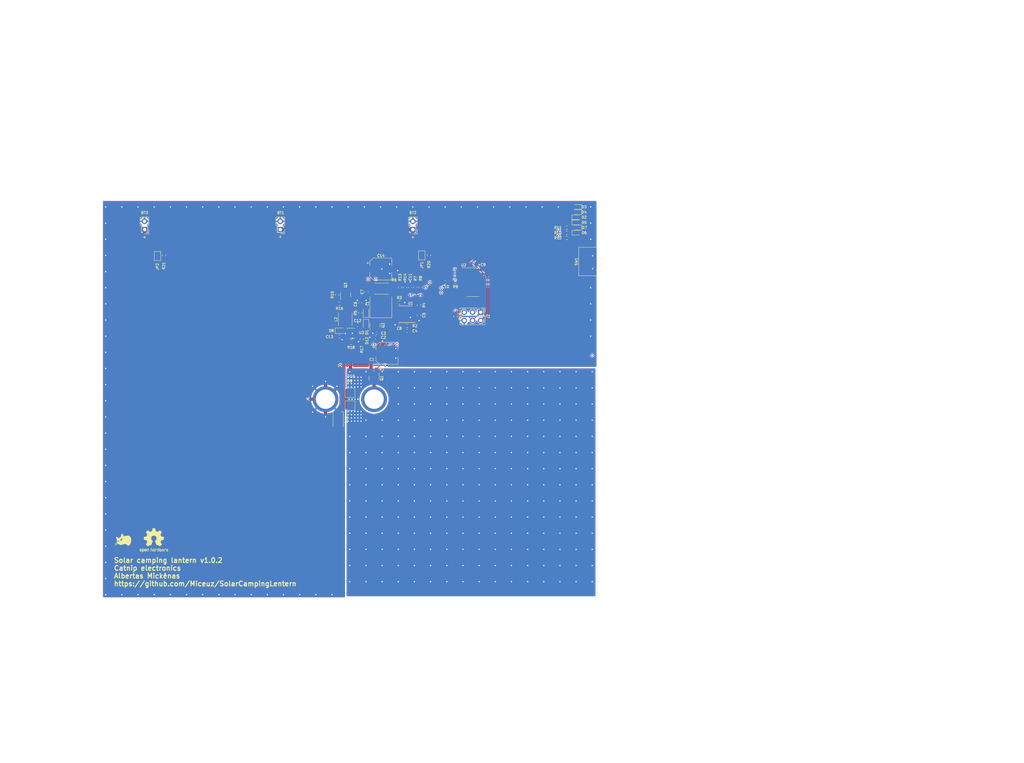
<source format=kicad_pcb>
(kicad_pcb (version 20211232) (generator pcbnew)
  (title_block (title "Solar lantern") (date "2021-10-22") (rev "1") (company "Catnip electronics") (comment 1 "Albertas Mickėnas") (comment 2 "albertas@technarium.lt") (comment 3 "SPDX-License-Identifier: CERN-OHL-S-2.0"))
  (layers (0 "F.Cu" signal) (31 "B.Cu" signal) (34 "B.Paste" user) (35 "F.Paste" user) (36 "B.SilkS" user "B.Silkscreen") (37 "F.SilkS" user "F.Silkscreen") (38 "B.Mask" user) (39 "F.Mask" user) (44 "Edge.Cuts" user))
  (net 0 "")
  (net 1 "GND")
  (net 2 "Net-(Q2-Pad1)")
  (net 3 "+BATT")
  (net 4 "/RESET")
  (net 5 "Net-(C12-Pad2)")
  (net 6 "/VCC_LED")
  (net 7 "Net-(D2-Pad1)")
  (net 8 "Net-(D2-Pad2)")
  (net 9 "Net-(D3-Pad1)")
  (net 10 "/MISO")
  (net 11 "/SCK")
  (net 12 "/MOSI")
  (net 13 "Net-(Q3-Pad1)")
  (net 14 "/~{CHARGING}")
  (net 15 "/~{DONE}")
  (net 16 "/CHARLIE_1")
  (net 17 "/CHARLIE_2")
  (net 18 "/CHARLIE_3")
  (net 19 "/LED_PWM")
  (net 20 "/LED_FB")
  (net 21 "/Solar charger/PV_VOLTAGE")
  (net 22 "/BATT_VOLTAGE")
  (net 23 "/Solar charger/SW_NODE")
  (net 24 "/LED driver/LED_SW")
  (net 25 "/Solar charger/VIN")
  (net 26 "/Solar charger/CURRENT_P")
  (net 27 "/Solar charger/MPPT")
  (net 28 "/Solar charger/COMPENSATION")
  (net 29 "/~{LED_EN}")
  (net 30 "Net-(C5-Pad2)")
  (net 31 "Net-(C6-Pad2)")
  (net 32 "Net-(C4-Pad1)")
  (net 33 "Net-(D11-Pad1)")
  (net 34 "Net-(BT2-Pad1)")
  (net 35 "Net-(BT3-Pad1)")
  (net 36 "Net-(Q2-Pad3)")
  (footprint "miceuz-lib:DS207" (layer "F.Cu") (at 126.6 81.5)
    (fp_text reference "D10")
    (fp_text value "LED")
  )
  (footprint "Capacitor_SMD:CP_Elec_6.3x5.4_Nichicon" (layer "F.Cu") (at 136.1 43.2)
    (fp_text reference "C14")
    (fp_text value "100u")
  )
  (footprint "Connector_PinHeader_2.54mm:PinHeader_1x02_P2.54mm_Vertical" (layer "F.Cu") (at 105 31 180)
    (fp_text reference "BT1")
    (fp_text value "Battery_Cell")
  )
  (footprint "Capacitor_SMD:C_0603_1608Metric" (layer "F.Cu") (at 144.2225 62.4025 180)
    (fp_text reference "C4")
    (fp_text value "100n")
  )
  (footprint "Resistor_SMD:R_0603_1608Metric" (layer "F.Cu") (at 133.9 74.2 180)
    (fp_text reference "R1")
    (fp_text value "22k")
  )
  (footprint "Capacitor_SMD:C_0603_1608Metric" (layer "F.Cu") (at 128.9 60.5 180)
    (fp_text reference "C12")
    (fp_text value "4u7")
  )
  (footprint "Capacitor_SMD:C_0603_1608Metric" (layer "F.Cu") (at 134.4 64.4)
    (fp_text reference "C2")
    (fp_text value "4u7")
  )
  (footprint "Symbol:OSHW-Logo2_9.8x8mm_SilkScreen" (layer "F.Cu") (at 65.9 127.2)
    (fp_text reference "REF**" hide)
    (fp_text value "OSHW-Logo2_9.8x8mm_SilkScreen" hide)
  )
  (footprint "Connector_PinHeader_2.54mm:PinHeader_1x02_P2.54mm_Vertical" (layer "F.Cu") (at 146 31 180)
    (fp_text reference "BT2")
    (fp_text value "Battery_Cell")
  )
  (footprint "Resistor_SMD:R_0603_1608Metric" (layer "F.Cu") (at 193.6 33.6)
    (fp_text reference "R12")
    (fp_text value "1k")
  )
  (footprint "Diode_SMD:D_0603_1608Metric" (layer "F.Cu") (at 196.7 24 180)
    (fp_text reference "D3")
    (fp_text value "LED")
  )
  (footprint "Resistor_SMD:R_0603_1608Metric" (layer "F.Cu") (at 122.6 51.2 -90)
    (fp_text reference "R15")
    (fp_text value "22k")
  )
  (footprint "Resistor_SMD:R_0603_1608Metric" (layer "F.Cu") (at 123.3 54 180)
    (fp_text reference "R16")
    (fp_text value "120")
  )
  (footprint "Resistor_SMD:R_0603_1608Metric" (layer "F.Cu") (at 129.7225 56.8025 -90)
    (fp_text reference "R5")
    (fp_text value "120")
  )
  (footprint "Diode_SMD:D_0603_1608Metric" (layer "F.Cu") (at 196.7 25.6 180)
    (fp_text reference "D4")
    (fp_text value "LED")
  )
  (footprint "Capacitor_SMD:C_0402_1005Metric" (layer "F.Cu") (at 134.8 63.1)
    (fp_text reference "C3")
    (fp_text value "1u")
  )
  (footprint "Package_TO_SOT_SMD:SOT-23" (layer "F.Cu") (at 125.2 51.2 90)
    (fp_text reference "Q3")
    (fp_text value "RU20P7C")
  )
  (footprint "LED_SMD:LED_PLCC-2" (layer "F.Cu") (at 122.9 89.8 -90)
    (fp_text reference "D11")
    (fp_text value "RED LED")
  )
  (footprint "Diode_SMD:D_SOD-323" (layer "F.Cu") (at 131.5 60.3 -90)
    (fp_text reference "D12")
    (fp_text value "D_Schottky")
  )
  (footprint "Resistor_SMD:R_0603_1608Metric" (layer "F.Cu") (at 147.9225 54.4025 90)
    (fp_text reference "R4")
    (fp_text value "120")
  )
  (footprint "Capacitor_SMD:C_0603_1608Metric" (layer "F.Cu") (at 123.3 64.1)
    (fp_text reference "C13")
    (fp_text value "4u7")
  )
  (footprint "Jumper:SolderJumper-2_P1.3mm_Open_TrianglePad1.0x1.5mm" (layer "F.Cu") (at 148.75 39 90)
    (fp_text reference "JP1")
    (fp_text value "SolderJumper_2_Open")
  )
  (footprint "Resistor_SMD:R_0805_2012Metric" (layer "F.Cu") (at 126.9 65.8225)
    (fp_text reference "R18")
    (fp_text value "2R5")
  )
  (footprint "Inductor_SMD:L_Coilcraft_XAL60xx_6.36x6.56mm" (layer "F.Cu") (at 136.1225 55.0025 90)
    (fp_text reference "L1")
    (fp_text value "47u")
  )
  (footprint "Capacitor_SMD:C_0603_1608Metric" (layer "F.Cu") (at 164.764511 41.875001 180)
    (fp_text reference "C9")
    (fp_text value "4u7")
  )
  (footprint "Capacitor_SMD:CP_Elec_6.3x5.4_Nichicon" (layer "F.Cu") (at 138 69.3)
    (fp_text reference "C1")
    (fp_text value "100u")
  )
  (footprint "Resistor_SMD:R_0603_1608Metric" (layer "F.Cu") (at 69 39 90)
    (fp_text reference "R21")
    (fp_text value "43")
  )
  (footprint "Inductor_SMD:L_Taiyo-Yuden_MD-4040" (layer "F.Cu") (at 125.1 58.8 -90)
    (fp_text reference "L2")
    (fp_text value "4u7")
  )
  (footprint "Capacitor_SMD:C_0603_1608Metric" (layer "F.Cu") (at 131.6225 50.3025 90)
    (fp_text reference "C7")
    (fp_text value "4u7")
  )
  (footprint "Resistor_SMD:R_0603_1608Metric" (layer "F.Cu") (at 130.2 64.9 -90)
    (fp_text reference "R17")
    (fp_text value "22k")
  )
  (footprint "Resistor_SMD:R_2512_6332Metric" (layer "F.Cu") (at 136.3225 49.3025 180)
    (fp_text reference "R6")
    (fp_text value "0R2")
  )
  (footprint "Connector_PinHeader_2.54mm:PinHeader_1x02_P2.54mm_Vertical" (layer "F.Cu") (at 63 31 180)
    (fp_text reference "BT3")
    (fp_text value "Battery_Cell")
  )
  (footprint "Package_SO:SSOP-10_3.9x4.9mm_P1.00mm" (layer "F.Cu") (at 143.7225 57.2025 180)
    (fp_text reference "U1")
    (fp_text value "CN3791")
  )
  (footprint "Resistor_SMD:R_0603_1608Metric" (layer "F.Cu") (at 159.164511 47.275001 180)
    (fp_text reference "R9")
    (fp_text value "22k")
  )
  (footprint "Package_SO:SOIC-14_3.9x8.7mm_P1.27mm" (layer "F.Cu") (at 164.624511 47.285001)
    (fp_text reference "U2")
    (fp_text value "ATtiny441-SS")
  )
  (footprint "Package_TO_SOT_SMD:SOT-23" (layer "F.Cu") (at 134.3 60.6 90)
    (fp_text reference "Q2")
    (fp_text value "RU20P7C")
  )
  (footprint "Package_TO_SOT_SMD:SOT-23-5" (layer "F.Cu") (at 127.3 63.1)
    (fp_text reference "U3")
    (fp_text value "MCP1664")
  )
  (footprint "Diode_SMD:D_0603_1608Metric" (layer "F.Cu") (at 196.7 30.4 180)
    (fp_text reference "D7")
    (fp_text value "LED")
  )
  (footprint "Resistor_SMD:R_0603_1608Metric" (layer "F.Cu") (at 193.6 32)
    (fp_text reference "R10")
    (fp_text value "1k")
  )
  (footprint "Diode_SMD:D_0603_1608Metric" (layer "F.Cu") (at 196.7 27.2)
    (fp_text reference "D2")
    (fp_text value "LED")
  )
  (footprint "Connector_PinHeader_2.54mm:PinHeader_1x02_P2.54mm_Vertical" (layer "F.Cu") (at 126.5 83.5 90)
    (fp_text reference "J1")
    (fp_text value "PV")
  )
  (footprint "Diode_SMD:D_SOD-323" (layer "F.Cu") (at 131.5225 56.7025 90)
    (fp_text reference "D1")
    (fp_text value "D_Schottky")
  )
  (footprint "Resistor_SMD:R_0603_1608Metric" (layer "F.Cu") (at 141.8225 53.6025 180)
    (fp_text reference "R3")
    (fp_text value "22k")
  )
  (footprint "Capacitor_SMD:C_0603_1608Metric" (layer "F.Cu") (at 129.7225 53.7025 -90)
    (fp_text reference "C6")
    (fp_text value "100n")
  )
  (footprint "Button_Switch_SMD:SW_Push_1P1T_NO_6x6mm_H9.5mm" (layer "F.Cu") (at 202.9 40.9 90)
    (fp_text reference "SW1")
    (fp_text value "SW_Push")
  )
  (footprint "Resistor_SMD:R_0603_1608Metric" (layer "F.Cu") (at 148.38774 48.91274 90)
    (fp_text reference "R8")
    (fp_text value "1M")
  )
  (footprint "Connector_PinHeader_2.54mm:PinHeader_2x03_P2.54mm_Vertical" (layer "F.Cu") (at 166.989511 56.6 -90)
    (fp_text reference "J2")
    (fp_text value "AVR-ISP-6")
  )
  (footprint "miceuz-lib:catnip" (layer "F.Cu") (at 56.4 127)
    (fp_text reference "G***" hide)
    (fp_text value "LOGO" hide)
  )
  (footprint "Capacitor_SMD:C_0603_1608Metric" (layer "F.Cu") (at 147.9225 57.5025 90)
    (fp_text reference "C5")
    (fp_text value "220n")
  )
  (footprint "Resistor_SMD:R_0603_1608Metric" (layer "F.Cu") (at 144.2225 60.8025 180)
    (fp_text reference "R2")
    (fp_text value "75k")
  )
  (footprint "Jumper:SolderJumper-2_P1.3mm_Open_TrianglePad1.0x1.5mm" (layer "F.Cu") (at 67 39.175 90)
    (fp_text reference "JP2")
    (fp_text value "SolderJumper_2_Open")
  )
  (footprint "Diode_SMD:D_0603_1608Metric" (layer "F.Cu") (at 196.7 32)
    (fp_text reference "D6")
    (fp_text value "LED")
  )
  (footprint "Capacitor_SMD:C_0603_1608Metric" (layer "F.Cu") (at 156.064511 47.275001)
    (fp_text reference "C10")
    (fp_text value "4u7")
  )
  (footprint "Resistor_SMD:R_0603_1608Metric" (layer "F.Cu") (at 143.58774 48.91274 -90)
    (fp_text reference "R14")
    (fp_text value "R")
  )
  (footprint "Diode_SMD:D_SOD-323" (layer "F.Cu") (at 123.5 62.3)
    (fp_text reference "D8")
    (fp_text value "D_Schottky")
  )
  (footprint "Resistor_SMD:R_0603_1608Metric" (layer "F.Cu") (at 146.78774 48.91274 90)
    (fp_text reference "R7")
    (fp_text value "1M")
  )
  (footprint "Resistor_SMD:R_0603_1608Metric" (layer "F.Cu") (at 141.98774 48.91274 90)
    (fp_text reference "R13")
    (fp_text value "R")
  )
  (footprint "Diode_SMD:D_0603_1608Metric" (layer "F.Cu") (at 196.7 28.8)
    (fp_text reference "D5")
    (fp_text value "LED")
  )
  (footprint "Capacitor_SMD:C_0603_1608Metric" (layer "F.Cu") (at 145.18774 48.91274 -90)
    (fp_text reference "C11")
    (fp_text value "4u7")
  )
  (footprint "Resistor_SMD:R_0603_1608Metric" (layer "F.Cu") (at 159.2 57.9 -90)
    (fp_text reference "R19")
    (fp_text value "100")
  )
  (footprint "miceuz-lib:DS207" (layer "F.Cu") (at 126.6 85.5)
    (fp_text reference "D9")
    (fp_text value "LED")
  )
  (footprint "Package_TO_SOT_SMD:SOT-23" (layer "F.Cu") (at 134 77 -90)
    (fp_text reference "Q1")
    (fp_text value "RU20P7C")
  )
  (footprint "Resistor_SMD:R_0603_1608Metric" (layer "F.Cu") (at 151 39 90)
    (fp_text reference "R20")
    (fp_text value "43")
  )
  (footprint "Resistor_SMD:R_0603_1608Metric" (layer "F.Cu") (at 193.6 30.4)
    (fp_text reference "R11")
    (fp_text value "1k")
  )
  (footprint "Capacitor_SMD:C_0402_1005Metric" (layer "F.Cu") (at 141.7225 60.5025)
    (fp_text reference "C8")
    (fp_text value "1u")
  )
  (gr_rect (start 50 22) (end 203 145) (stroke (width 0.05)) (fill none) (layer "Edge.Cuts"))
  (gr_text "+" (at 146 33.3) (layer "F.SilkS") (effects (font (size 1 1))))
  (gr_text "+" (at 105 33.2) (layer "F.SilkS") (effects (font (size 1 1))))
  (gr_text "Solar camping lantern v1.0.2\nCatnip electronics\nAlbertas Mickėnas\nhttps://github.com/Miceuz/SolarCampingLentern" (at 53.4 137) (layer "F.SilkS") (effects (font (size 1.5 1.5) (thickness 0.3)) (justify left)))
  (gr_text "+" (at 63 33.3) (layer "F.SilkS") (effects (font (size 1 1))))
  (segment (start 124.075 65.075) (end 124.1 65.1) (width 0.4) (layer "F.Cu") (net 1))
  (segment (start 129.225 65.725) (end 129.2 65.7) (width 0.4) (layer "F.Cu") (net 1))
  (segment (start 146.2725 58.2025) (end 145.2225 58.2025) (width 0.4) (layer "F.Cu") (net 1))
  (segment (start 143.58774 47.21226) (end 143.6 47.2) (width 0.4) (layer "F.Cu") (net 1))
  (segment (start 129.675 60.275) (end 129 59.6) (width 0.4) (layer "F.Cu") (net 1))
  (segment (start 138.8 43.2) (end 138.8 44.6) (width 0.4) (layer "F.Cu") (net 1))
  (segment (start 142.6475 53.6025) (end 143.4975 53.6025) (width 0.4) (layer "F.Cu") (net 1))
  (segment (start 141.2425 60.5025) (end 140.5225 60.5025) (width 0.4) (layer "F.Cu") (net 1))
  (segment (start 129.675 60.5) (end 129.675 60.275) (width 0.4) (layer "F.Cu") (net 1))
  (segment (start 143.4975 53.6025) (end 143.5 53.6) (width 0.4) (layer "F.Cu") (net 1))
  (segment (start 155.289511 47.275001) (end 155.289511 47.650001) (width 0.4) (layer "F.Cu") (net 1))
  (segment (start 133.625 64.4) (end 132.7 64.4) (width 0.4) (layer "F.Cu") (net 1))
  (segment (start 129.7225 52.9275) (end 128.8275 52.9275) (width 0.4) (layer "F.Cu") (net 1))
  (segment (start 127.8125 65.6) (end 127.8125 65.2125) (width 0.4) (layer "F.Cu") (net 1))
  (segment (start 122.5 80) (end 119 83.5) (width 1) (layer "F.Cu") (net 1))
  (segment (start 165.539511 41.000001) (end 165.324511 40.785001) (width 0.4) (layer "F.Cu") (net 1))
  (segment (start 155.289511 47.650001) (end 155.824511 48.185001) (width 0.4) (layer "F.Cu") (net 1))
  (segment (start 119 78) (end 119 83.5) (width 1) (layer "F.Cu") (net 1))
  (segment (start 122.5 79.5) (end 122.5 80) (width 1) (layer "F.Cu") (net 1))
  (segment (start 145.18774 47.21226) (end 145.2 47.2) (width 0.4) (layer "F.Cu") (net 1))
  (segment (start 147.9225 58.2775) (end 146.3475 58.2775) (width 0.2) (layer "F.Cu") (net 1))
  (segment (start 130.2 65.725) (end 129.225 65.725) (width 0.4) (layer "F.Cu") (net 1))
  (segment (start 124.075 64.1) (end 124.075 65.075) (width 0.4) (layer "F.Cu") (net 1))
  (segment (start 113.5 83.5) (end 119 83.5) (width 1) (layer "F.Cu") (net 1))
  (segment (start 134.32 63.1) (end 133.6 63.1) (width 0.4) (layer "F.Cu") (net 1))
  (segment (start 131.5225 55.6525) (end 131.5225 54.1025) (width 1) (layer "F.Cu") (net 1))
  (segment (start 166.514511 41.875001) (end 166.524511 41.885001) (width 0.2) (layer "F.Cu") (net 1))
  (segment (start 147.9225 58.2775) (end 147.9225 59.1775) (width 0.4) (layer "F.Cu") (net 1))
  (segment (start 140.7 69.3) (end 140.7 67.8) (width 0.4) (layer "F.Cu") (net 1))
  (segment (start 138.8 43.2) (end 138.8 41.7) (width 0.4) (layer "F.Cu") (net 1))
  (segment (start 131.5225 51.1775) (end 131.6225 51.0775) (width 1) (layer "F.Cu") (net 1))
  (segment (start 140.8 43.2) (end 141.3 43.7) (width 0.4) (layer "F.Cu") (net 1))
  (segment (start 119 89) (end 119 83.5) (width 1) (layer "F.Cu") (net 1))
  (segment (start 127.8125 65.2125) (end 127.3 64.7) (width 0.4) (layer "F.Cu") (net 1))
  (segment (start 165.539511 41.875001) (end 165.539511 41.000001) (width 0.4) (layer "F.Cu") (net 1))
  (segment (start 138.8 43.2) (end 140.8 43.2) (width 0.4) (layer "F.Cu") (net 1))
  (segment (start 131.5225 52.9025) (end 131.5225 51.1775) (width 1) (layer "F.Cu") (net 1))
  (segment (start 145.18774 48.13774) (end 145.18774 47.21226) (width 0.4) (layer "F.Cu") (net 1))
  (segment (start 147.9225 59.1775) (end 147.9 59.2) (width 0.4) (layer "F.Cu") (net 1))
  (segment (start 165.539511 41.875001) (end 166.514511 41.875001) (width 0.2) (layer "F.Cu") (net 1))
  (segment (start 126.1625 63.1) (end 125.2 63.1) (width 0.4) (layer "F.Cu") (net 1))
  (segment (start 143.58774 48.08774) (end 143.58774 47.21226) (width 0.4) (layer "F.Cu") (net 1))
  (segment (start 138.8 43.2) (end 136.4 43.2) (width 0.4) (layer "F.Cu") (net 1))
  (segment (start 125.2 63.1) (end 125.1 63.2) (width 0.4) (layer "F.Cu") (net 1))
  (segment (start 131.5225 54.1025) (end 131.5225 52.9025) (width 1) (layer "F.Cu") (net 1))
  (segment (start 140.7 69.3) (end 140.7 70.8) (width 0.4) (layer "F.Cu") (net 1))
  (segment (start 126.1625 63.1) (end 127.3 63.1) (width 0.4) (layer "F.Cu") (net 1))
  (segment (start 146.3475 58.2775) (end 146.2725 58.2025) (width 0.2) (layer "F.Cu") (net 1))
  (segment (start 128.8275 52.9275) (end 128.8 52.9) (width 0.4) (layer "F.Cu") (net 1))
  (via (at 201 29) (size 0.85) (drill 0.4) (layers "F.Cu" "B.Cu") (net 1))
  (via (at 150.991925 24) (size 0.85) (drill 0.4) (layers "F.Cu" "B.Cu") (net 1))
  (via (at 50.991925 89) (size 0.85) (drill 0.4) (layers "F.Cu" "B.Cu") (net 1))
  (via (at 201 34) (size 0.85) (drill 0.4) (layers "F.Cu" "B.Cu") (net 1))
  (via (at 165.324511 40.785001) (size 0.85) (drill 0.4) (layers "F.Cu" "B.Cu") (net 1))
  (via (at 50.991925 44) (size 0.85) (drill 0.4) (layers "F.Cu" "B.Cu") (net 1))
  (via (at 50.991925 24) (size 0.85) (drill 0.4) (layers "F.Cu" "B.Cu") (net 1))
  (via (at 50.991925 114) (size 0.85) (drill 0.4) (layers "F.Cu" "B.Cu") (net 1))
  (via (at 175.991925 24) (size 0.85) (drill 0.4) (layers "F.Cu" "B.Cu") (net 1))
  (via (at 127.3 64.7) (size 0.85) (drill 0.4) (layers "F.Cu" "B.Cu") (net 1))
  (via (at 50.991925 59) (size 0.85) (drill 0.4) (layers "F.Cu" "B.Cu") (net 1))
  (via (at 91 144) (size 0.85) (drill 0.4) (layers "F.Cu" "B.Cu") (net 1))
  (via (at 61 144) (size 0.85) (drill 0.4) (layers "F.Cu" "B.Cu") (net 1))
  (via (at 138.8 44.6) (size 0.85) (drill 0.4) (layers "F.Cu" "B.Cu") (net 1))
  (via (at 127.3 63.1) (size 0.85) (drill 0.4) (layers "F.Cu" "B.Cu") (net 1))
  (via (at 76 144) (size 0.85) (drill 0.4) (layers "F.Cu" "B.Cu") (net 1))
  (via (at 81 144) (size 0.85) (drill 0.4) (layers "F.Cu" "B.Cu") (net 1))
  (via (at 122.5 79.5) (size 0.85) (drill 0.4) (layers "F.Cu" "B.Cu") (net 1))
  (via (at 113.5 83.5) (size 0.85) (drill 0.4) (layers "F.Cu" "B.Cu") (net 1))
  (via (at 141.3 43.7) (size 0.85) (drill 0.4) (layers "F.Cu" "B.Cu") (net 1))
  (via (at 119 89) (size 0.85) (drill 0.4) (layers "F.Cu" "B.Cu") (net 1))
  (via (at 115 79.5) (size 0.85) (drill 0.4) (layers "F.Cu" "B.Cu") (net 1))
  (via (at 143.5 53.6) (size 0.85) (drill 0.4) (layers "F.Cu" "B.Cu") (net 1))
  (via (at 140.7 70.8) (size 0.85) (drill 0.4) (layers "F.Cu" "B.Cu") (net 1))
  (via (at 50.991925 134) (size 0.85) (drill 0.4) (layers "F.Cu" "B.Cu") (net 1))
  (via (at 50.991925 124) (size 0.85) (drill 0.4) (layers "F.Cu" "B.Cu") (net 1))
  (via (at 129 59.6) (size 0.85) (drill 0.4) (layers "F.Cu" "B.Cu") (net 1))
  (via (at 124.1 65.1) (size 0.85) (drill 0.4) (layers "F.Cu" "B.Cu") (net 1))
  (via (at 190.991925 24) (size 0.85) (drill 0.4) (layers "F.Cu" "B.Cu") (net 1))
  (via (at 111 144) (size 0.85) (drill 0.4) (layers "F.Cu" "B.Cu") (net 1))
  (via (at 86 144) (size 0.85) (drill 0.4) (layers "F.Cu" "B.Cu") (net 1))
  (via (at 50.991925 54) (size 0.85) (drill 0.4) (layers "F.Cu" "B.Cu") (net 1))
  (via (at 129.2 65.7) (size 0.85) (drill 0.4) (layers "F.Cu" "B.Cu") (net 1))
  (via (at 50.991925 119) (size 0.85) (drill 0.4) (layers "F.Cu" "B.Cu") (net 1))
  (via (at 165.991925 24) (size 0.85) (drill 0.4) (layers "F.Cu" "B.Cu") (net 1))
  (via (at 131.5225 52.9025) (size 0.85) (drill 0.4) (layers "F.Cu" "B.Cu") (net 1))
  (via (at 145.2 47.2) (size 0.85) (drill 0.4) (layers "F.Cu" "B.Cu") (net 1))
  (via (at 121 144) (size 0.85) (drill 0.4) (layers "F.Cu" "B.Cu") (net 1))
  (via (at 50.991925 69) (size 0.85) (drill 0.4) (layers "F.Cu" "B.Cu") (net 1))
  (via (at 128.8 52.9) (size 0.85) (drill 0.4) (layers "F.Cu" "B.Cu") (net 1))
  (via (at 136.4 43.2) (size 0.85) (drill 0.4) (layers "F.Cu" "B.Cu") (net 1))
  (via (at 140.5225 60.5025) (size 0.85) (drill 0.4) (layers "F.Cu" "B.Cu") (net 1))
  (via (at 85.991925 24) (size 0.85) (drill 0.4) (layers "F.Cu" "B.Cu") (net 1))
  (via (at 201.6 43.1) (size 0.85) (drill 0.4) (layers "F.Cu" "B.Cu") (net 1))
  (via (at 201 64) (size 0.85) (drill 0.4) (layers "F.Cu" "B.Cu") (net 1))
  (via (at 80.991925 24) (size 0.85) (drill 0.4) (layers "F.Cu" "B.Cu") (net 1))
  (via (at 50.991925 94) (size 0.85) (drill 0.4) (layers "F.Cu" "B.Cu") (net 1))
  (via (at 71 144) (size 0.85) (drill 0.4) (layers "F.Cu" "B.Cu") (net 1))
  (via (at 170.991925 24) (size 0.85) (drill 0.4) (layers "F.Cu" "B.Cu") (net 1))
  (via (at 70.991925 24) (size 0.85) (drill 0.4) (layers "F.Cu" "B.Cu") (net 1))
  (via (at 200.991925 24) (size 0.85) (drill 0.4) (layers "F.Cu" "B.Cu") (net 1))
  (via (at 110.991925 24) (size 0.85) (drill 0.4) (layers "F.Cu" "B.Cu") (net 1))
  (via (at 50.991925 99) (size 0.85) (drill 0.4) (layers "F.Cu" "B.Cu") (net 1))
  (via (at 147.9 59.2) (size 0.85) (drill 0.4) (layers "F.Cu" "B.Cu") (net 1))
  (via (at 96 144) (size 0.85) (drill 0.4) (layers "F.Cu" "B.Cu") (net 1))
  (via (at 115.991925 24) (size 0.85) (drill 0.4) (layers "F.Cu" "B.Cu") (net 1))
  (via (at 100.991925 24) (size 0.85) (drill 0.4) (layers "F.Cu" "B.Cu") (net 1))
  (via (at 160.991925 24) (size 0.85) (drill 0.4) (layers "F.Cu" "B.Cu") (net 1))
  (via (at 145.2225 58.2025) (size 0.85) (drill 0.4) (layers "F.Cu" "B.Cu") (net 1))
  (via (at 131.5225 54.1025) (size 0.85) (drill 0.4) (layers "F.Cu" "B.Cu") (net 1))
  (via (at 125.991925 24) (size 0.85) (drill 0.4) (layers "F.Cu" "B.Cu") (net 1))
  (via (at 120.991925 24) (size 0.85) (drill 0.4) (layers "F.Cu" "B.Cu") (net 1))
  (via (at 50.991925 64) (size 0.85) (drill 0.4) (layers "F.Cu" "B.Cu") (net 1))
  (via (at 56 144) (size 0.85) (drill 0.4) (layers "F.Cu" "B.Cu") (net 1))
  (via (at 136.6 65.5) (size 0.85) (drill 0.4) (layers "F.Cu" "B.Cu") (net 1))
  (via (at 50.991925 84) (size 0.85) (drill 0.4) (layers "F.Cu" "B.Cu") (net 1))
  (via (at 101 144) (size 0.85) (drill 0.4) (layers "F.Cu" "B.Cu") (net 1))
  (via (at 50.991925 29) (size 0.85) (drill 0.4) (layers "F.Cu" "B.Cu") (net 1))
  (via (at 201 49) (size 0.85) (drill 0.4) (layers "F.Cu" "B.Cu") (net 1))
  (via (at 75.991925 24) (size 0.85) (drill 0.4) (layers "F.Cu" "B.Cu") (net 1))
  (via (at 133.6 63.1) (size 0.85) (drill 0.4) (layers "F.Cu" "B.Cu") (net 1))
  (via (at 180.991925 24) (size 0.85) (drill 0.4) (layers "F.Cu" "B.Cu") (net 1))
  (via (at 130.991925 24) (size 0.85) (drill 0.4) (layers "F.Cu" "B.Cu") (net 1))
  (via (at 132.7 64.4) (size 0.85) (drill 0.4) (layers "F.Cu" "B.Cu") (net 1))
  (via (at 50.991925 104) (size 0.85) (drill 0.4) (layers "F.Cu" "B.Cu") (net 1))
  (via (at 145.991925 24) (size 0.85) (drill 0.4) (layers "F.Cu" "B.Cu") (net 1))
  (via (at 90.991925 24) (size 0.85) (drill 0.4) (layers "F.Cu" "B.Cu") (net 1))
  (via (at 50.991925 109) (size 0.85) (drill 0.4) (layers "F.Cu" "B.Cu") (net 1))
  (via (at 185.991925 24) (size 0.85) (drill 0.4) (layers "F.Cu" "B.Cu") (net 1))
  (via (at 65.991925 24) (size 0.85) (drill 0.4) (layers "F.Cu" "B.Cu") (net 1))
  (via (at 119 78) (size 0.85) (drill 0.4) (layers "F.Cu" "B.Cu") (net 1))
  (via (at 155.824511 48.185001) (size 0.85) (drill 0.4) (layers "F.Cu" "B.Cu") (net 1))
  (via (at 50.991925 129) (size 0.85) (drill 0.4) (layers "F.Cu" "B.Cu") (net 1))
  (via (at 115 87.5) (size 0.85) (drill 0.4) (layers "F.Cu" "B.Cu") (net 1))
  (via (at 135.991925 24) (size 0.85) (drill 0.4) (layers "F.Cu" "B.Cu") (net 1))
  (via (at 116 144) (size 0.85) (drill 0.4) (layers "F.Cu" "B.Cu") (net 1))
  (via (at 55.991925 24) (size 0.85) (drill 0.4) (layers "F.Cu" "B.Cu") (net 1))
  (via (at 95.991925 24) (size 0.85) (drill 0.4) (layers "F.Cu" "B.Cu") (net 1))
  (via (at 105.991925 24) (size 0.85) (drill 0.4) (layers "F.Cu" "B.Cu") (net 1))
  (via (at 50.991925 39) (size 0.85) (drill 0.4) (layers "F.Cu" "B.Cu") (net 1))
  (via (at 166.524511 41.885001) (size 0.85) (drill 0.4) (layers "F.Cu" "B.Cu") (net 1))
  (via (at 66 144) (size 0.85) (drill 0.4) (layers "F.Cu" "B.Cu") (net 1))
  (via (at 201 59) (size 0.85) (drill 0.4) (layers "F.Cu" "B.Cu") (net 1))
  (via (at 106 144) (size 0.85) (drill 0.4) (layers "F.Cu" "B.Cu") (net 1))
  (via (at 140.991925 24) (size 0.85) (drill 0.4) (layers "F.Cu" "B.Cu") (net 1))
  (via (at 201 54) (size 0.85) (drill 0.4) (layers "F.Cu" "B.Cu") (net 1))
  (via (at 138.8 41.7) (size 0.85) (drill 0.4) (layers "F.Cu" "B.Cu") (net 1))
  (via (at 155.991925 24) (size 0.85) (drill 0.4) (layers "F.Cu" "B.Cu") (net 1))
  (via (at 50.991925 79) (size 0.85) (drill 0.4) (layers "F.Cu" "B.Cu") (net 1))
  (via (at 140.7 67.8) (size 0.85) (drill 0.4) (layers "F.Cu" "B.Cu") (net 1))
  (via (at 50.991925 34) (size 0.85) (drill 0.4) (layers "F.Cu" "B.Cu") (net 1))
  (via (at 50.991925 144) (size 0.85) (drill 0.4) (layers "F.Cu" "B.Cu") (net 1))
  (via (at 201.6 39.1) (size 0.85) (drill 0.4) (layers "F.Cu" "B.Cu") (net 1))
  (via (at 143.6 47.2) (size 0.85) (drill 0.4) (layers "F.Cu" "B.Cu") (net 1))
  (via (at 50.991925 49) (size 0.85) (drill 0.4) (layers "F.Cu" "B.Cu") (net 1))
  (via (at 50.991925 74) (size 0.85) (drill 0.4) (layers "F.Cu" "B.Cu") (net 1))
  (via (at 50.991925 139) (size 0.85) (drill 0.4) (layers "F.Cu" "B.Cu") (net 1))
  (via (at 60.991925 24) (size 0.85) (drill 0.4) (layers "F.Cu" "B.Cu") (net 1))
  (via (at 125.1 63.2) (size 0.85) (drill 0.4) (layers "F.Cu" "B.Cu") (net 1))
  (segment (start 133.802372 61.5375) (end 136.139872 59.2) (width 0.2) (layer "F.Cu") (net 2))
  (segment (start 136.142372 59.2025) (end 141.1725 59.2025) (width 0.2) (layer "F.Cu") (net 2))
  (segment (start 133.35 61.5375) (end 133.802372 61.5375) (width 0.2) (layer "F.Cu") (net 2))
  (segment (start 136.139872 59.2) (end 136.142372 59.2025) (width 0.2) (layer "F.Cu") (net 2))
  (segment (start 133.4 49.2625) (end 133.36 49.3025) (width 1) (layer "F.Cu") (net 3))
  (segment (start 148.75 39.725) (end 142.875 39.725) (width 1) (layer "F.Cu") (net 3))
  (segment (start 163.134511 43.475001) (end 163.989511 42.620001) (width 0.4) (layer "F.Cu") (net 3))
  (segment (start 105 31) (end 109.1 31) (width 1) (layer "F.Cu") (net 3))
  (segment (start 164.024511 40.785001) (end 164.024511 41.840001) (width 0.4) (layer "F.Cu") (net 3))
  (segment (start 146.78774 48.08774) (end 148.38774 48.08774) (width 0.2) (layer "F.Cu") (net 3))
  (segment (start 145.886258 48.88726) (end 146.685778 48.08774) (width 0.2) (layer "F.Cu") (net 3))
  (segment (start 140.29798 48.02298) (end 140.29798 55.62298) (width 0.2) (layer "F.Cu") (net 3))
  (segment (start 140.8775 56.2025) (end 141.1725 56.2025) (width 0.2) (layer "F.Cu") (net 3))
  (segment (start 151 39.825) (end 163.06451 39.825) (width 1) (layer "F.Cu") (net 3))
  (segment (start 139.98774 47.21274) (end 140.29798 47.52298) (width 0.2) (layer "F.Cu") (net 3))
  (segment (start 163.989511 42.620001) (end 163.989511 41.875001) (width 0.4) (layer "F.Cu") (net 3))
  (segment (start 109.1 31) (end 121.3 43.2) (width 1) (layer "F.Cu") (net 3))
  (segment (start 133.4 43.2) (end 133.4 49.2625) (width 1) (layer "F.Cu") (net 3))
  (segment (start 158.339511 47.275001) (end 158.339511 47.25) (width 0.2) (layer "F.Cu") (net 3))
  (segment (start 164.024511 41.840001) (end 163.989511 41.875001) (width 0.4) (layer "F.Cu") (net 3))
  (segment (start 141.98774 48.08774) (end 140.36274 48.08774) (width 0.2) (layer "F.Cu") (net 3))
  (segment (start 133.4 43.2) (end 132.2625 43.2) (width 1) (layer "F.Cu") (net 3))
  (segment (start 135.44976 47.21274) (end 139.98774 47.21274) (width 0.2) (layer "F.Cu") (net 3))
  (segment (start 158.339511 47.25) (end 158.989511 46.6) (width 0.2) (layer "F.Cu") (net 3))
  (segment (start 131.6225 49.5275) (end 133.135 49.5275) (width 1) (layer "F.Cu") (net 3))
  (segment (start 141.98774 48.08774) (end 142.78726 48.88726) (width 0.2) (layer "F.Cu") (net 3))
  (segment (start 132.2625 43.2) (end 125.2 50.2625) (width 1) (layer "F.Cu") (net 3))
  (segment (start 133.36 49.3025) (end 135.44976 47.21274) (width 0.2) (layer "F.Cu") (net 3))
  (segment (start 163.06451 39.825) (end 164.024511 40.785001) (width 1) (layer "F.Cu") (net 3))
  (segment (start 140.29798 55.62298) (end 140.8775 56.2025) (width 0.2) (layer "F.Cu") (net 3))
  (segment (start 140.29798 47.52298) (end 140.29798 48.02298) (width 0.2) (layer "F.Cu") (net 3))
  (segment (start 159.264512 43.475001) (end 158.989511 43.2) (width 0.2) (layer "F.Cu") (net 3))
  (segment (start 136.875 39.725) (end 133.4 43.2) (width 1) (layer "F.Cu") (net 3))
  (segment (start 150.9 39.725) (end 151 39.825) (width 1) (layer "F.Cu") (net 3))
  (segment (start 142.875 39.725) (end 136.875 39.725) (width 1) (layer "F.Cu") (net 3))
  (segment (start 142.78726 48.88726) (end 145.886258 48.88726) (width 0.2) (layer "F.Cu") (net 3))
  (segment (start 146.685778 48.08774) (end 146.78774 48.08774) (width 0.2) (layer "F.Cu") (net 3))
  (segment (start 162.149511 43.475001) (end 163.134511 43.475001) (width 0.4) (layer "F.Cu") (net 3))
  (segment (start 140.36274 48.08774) (end 140.29798 48.02298) (width 0.2) (layer "F.Cu") (net 3))
  (segment (start 162.149511 43.475001) (end 159.264512 43.475001) (width 0.2) (layer "F.Cu") (net 3))
  (segment (start 122.7125 50.2625) (end 122.6 50.375) (width 0.2) (layer "F.Cu") (net 3))
  (segment (start 121.3 43.2) (end 133.4 43.2) (width 1) (layer "F.Cu") (net 3))
  (segment (start 148.75 39.725) (end 150.9 39.725) (width 1) (layer "F.Cu") (net 3))
  (segment (start 133.135 49.5275) (end 133.36 49.3025) (width 1) (layer "F.Cu") (net 3))
  (segment (start 125.2 50.2625) (end 122.7125 50.2625) (width 0.2) (layer "F.Cu") (net 3))
  (via (at 158.989511 43.2) (size 0.85) (drill 0.4) (layers "F.Cu" "B.Cu") (net 3))
  (via (at 164.024511 40.785001) (size 0.85) (drill 0.4) (layers "F.Cu" "B.Cu") (net 3))
  (via (at 158.989511 46.6) (size 0.85) (drill 0.4) (layers "F.Cu" "B.Cu") (net 3))
  (segment (start 169.2 45.96049) (end 169.2 56.929511) (width 0.4) (layer "B.Cu") (net 3))
  (segment (start 158.989511 46.6) (end 158.989511 43.2) (width 0.2) (layer "B.Cu") (net 3))
  (segment (start 164.024511 40.785001) (end 169.2 45.96049) (width 0.4) (layer "B.Cu") (net 3))
  (segment (start 169.2 56.929511) (end 166.989511 59.14) (width 0.4) (layer "B.Cu") (net 3))
  (segment (start 163.424031 55.08548) (end 163.424031 47.584522) (width 0.2) (layer "F.Cu") (net 4))
  (segment (start 157.614031 48.049521) (end 156.839511 47.275001) (width 0.2) (layer "F.Cu") (net 4))
  (segment (start 159.989511 47.750001) (end 159.689991 48.049521) (width 0.2) (layer "F.Cu") (net 4))
  (segment (start 163.12451 47.285001) (end 162.149511 47.285001) (width 0.2) (layer "F.Cu") (net 4))
  (segment (start 159.999511 47.285001) (end 159.989511 47.275001) (width 0.2) (layer "F.Cu") (net 4))
  (segment (start 159.689991 48.049521) (end 157.614031 48.049521) (width 0.2) (layer "F.Cu") (net 4))
  (segment (start 159.989511 47.275001) (end 159.989511 47.750001) (width 0.2) (layer "F.Cu") (net 4))
  (segment (start 161.909511 56.6) (end 163.424031 55.08548) (width 0.2) (layer "F.Cu") (net 4))
  (segment (start 163.424031 47.584522) (end 163.12451 47.285001) (width 0.2) (layer "F.Cu") (net 4))
  (segment (start 162.149511 47.285001) (end 159.999511 47.285001) (width 0.2) (layer "F.Cu") (net 4))
  (segment (start 126.15 56.3) (end 126.15 52.1375) (width 1) (layer "F.Cu") (net 5))
  (segment (start 126.25 57.35) (end 128.125 59.225) (width 0.2) (layer "F.Cu") (net 5))
  (segment (start 128.125 59.225) (end 128.125 60.5) (width 0.2) (layer "F.Cu") (net 5))
  (segment (start 125.1 57.35) (end 126.15 56.3) (width 1) (layer "F.Cu") (net 5))
  (segment (start 128.4375 62.15) (end 128.4375 60.8125) (width 0.2) (layer "F.Cu") (net 5))
  (segment (start 125.1 57.35) (end 126.25 57.35) (width 0.2) (layer "F.Cu") (net 5))
  (segment (start 128.4375 60.8125) (end 128.125 60.5) (width 0.2) (layer "F.Cu") (net 5))
  (segment (start 122.45 62.3) (end 122.45 64.025) (width 0.4) (layer "F.Cu") (net 6))
  (segment (start 124.99 81.5) (end 124.99 85.5) (width 1) (layer "F.Cu") (net 6))
  (segment (start 122.525 64.1) (end 122.525 66.625) (width 1) (layer "F.Cu") (net 6))
  (segment (start 122.525 66.625) (end 124.7 68.8) (width 1) (layer "F.Cu") (net 6))
  (segment (start 124.7 81.21) (end 124.99 81.5) (width 1) (layer "F.Cu") (net 6))
  (segment (start 122.45 64.025) (end 122.525 64.1) (width 0.4) (layer "F.Cu") (net 6))
  (segment (start 124.7 68.8) (end 124.7 81.21) (width 1) (layer "F.Cu") (net 6))
  (segment (start 195.9125 28.8) (end 195.9125 24) (width 0.4) (layer "F.Cu") (net 7))
  (segment (start 194.425 30.2875) (end 195.9125 28.8) (width 0.4) (layer "F.Cu") (net 7))
  (segment (start 194.425 30.4) (end 194.425 30.2875) (width 0.4) (layer "F.Cu") (net 7))
  (segment (start 197.4875 27.2) (end 197.4875 25.6) (width 0.2) (layer "F.Cu") (net 8))
  (segment (start 196.75048 27.93702) (end 197.4875 27.2) (width 0.2) (layer "F.Cu") (net 8))
  (segment (start 196.75048 29.56202) (end 196.75048 27.93702) (width 0.2) (layer "F.Cu") (net 8))
  (segment (start 195.9125 32) (end 195.9125 30.4) (width 0.4) (layer "F.Cu") (net 8))
  (segment (start 194.425 32) (end 195.9125 32) (width 0.4) (layer "F.Cu") (net 8))
  (segment (start 195.9125 30.4) (end 196.75048 29.56202) (width 0.2) (layer "F.Cu") (net 8))
  (segment (start 197.4875 32) (end 197.4875 30.4) (width 0.4) (layer "F.Cu") (net 9))
  (segment (start 197.4875 28.8) (end 198.22452 28.06298) (width 0.2) (layer "F.Cu") (net 9))
  (segment (start 194.425 33.6) (end 195.8875 33.6) (width 0.4) (layer "F.Cu") (net 9))
  (segment (start 198.22452 24.73702) (end 197.4875 24) (width 0.2) (layer "F.Cu") (net 9))
  (segment (start 197.4875 30.4) (end 197.4875 28.8) (width 0.4) (layer "F.Cu") (net 9))
  (segment (start 198.22452 28.06298) (end 198.22452 24.73702) (width 0.2) (layer "F.Cu") (net 9))
  (segment (start 195.8875 33.6) (end 197.4875 32) (width 0.4) (layer "F.Cu") (net 9))
  (segment (start 166.989511 51.205001) (end 167.099511 51.095001) (width 0.4) (layer "F.Cu") (net 10))
  (segment (start 159.2 56.1) (end 159.2 57.075) (width 0.4) (layer "F.Cu") (net 10))
  (segment (start 166.989511 56.6) (end 166.989511 51.205001) (width 0.4) (layer "F.Cu") (net 10))
  (via (at 159.2 56.1) (size 0.85) (drill 0.4) (layers "F.Cu" "B.Cu") (net 10))
  (segment (start 160.985001 57.885001) (end 159.2 56.1) (width 0.4) (layer "B.Cu") (net 10))
  (segment (start 165.70451 57.885001) (end 160.985001 57.885001) (width 0.4) (layer "B.Cu") (net 10))
  (segment (start 166.989511 56.6) (end 165.70451 57.885001) (width 0.4) (layer "B.Cu") (net 10))
  (segment (start 164.449511 51.500002) (end 166.124512 49.825001) (width 0.2) (layer "F.Cu") (net 11))
  (segment (start 166.124512 49.825001) (end 167.099511 49.825001) (width 0.2) (layer "F.Cu") (net 11))
  (segment (start 164.449511 56.6) (end 164.449511 51.500002) (width 0.2) (layer "F.Cu") (net 11))
  (segment (start 161.48951 57.9) (end 160.76 57.17049) (width 0.2) (layer "F.Cu") (net 12))
  (segment (start 199.1 42.775) (end 190.3 42.775) (width 0.2) (layer "F.Cu") (net 12))
  (segment (start 160.76 52.484512) (end 162.149511 51.095001) (width 0.2) (layer "F.Cu") (net 12))
  (segment (start 164.449511 59.14) (end 163.209511 57.9) (width 0.2) (layer "F.Cu") (net 12))
  (segment (start 175.175 57.9) (end 165.689511 57.9) (width 0.2) (layer "F.Cu") (net 12))
  (segment (start 190.3 42.775) (end 175.175 57.9) (width 0.2) (layer "F.Cu") (net 12))
  (segment (start 160.76 57.17049) (end 160.76 52.484512) (width 0.2) (layer "F.Cu") (net 12))
  (segment (start 163.209511 57.9) (end 161.48951 57.9) (width 0.2) (layer "F.Cu") (net 12))
  (segment (start 165.689511 57.9) (end 164.449511 59.14) (width 0.2) (layer "F.Cu") (net 12))
  (segment (start 124.125 54) (end 124.125 52.2625) (width 0.2) (layer "F.Cu") (net 13))
  (segment (start 124.125 52.2625) (end 124.25 52.1375) (width 0.2) (layer "F.Cu") (net 13))
  (segment (start 145.9775 57.2025) (end 144.78774 56.01274) (width 0.2) (layer "F.Cu") (net 14))
  (segment (start 146.2725 57.2025) (end 145.9775 57.2025) (width 0.2) (layer "F.Cu") (net 14))
  (segment (start 144.78774 56.01274) (end 144.78774 51.73774) (width 0.2) (layer "F.Cu") (net 14))
  (segment (start 152.889511 51.3) (end 154.36451 49.825001) (width 0.2) (layer "F.Cu") (net 14))
  (segment (start 154.36451 49.825001) (end 162.149511 49.825001) (width 0.2) (layer "F.Cu") (net 14))
  (segment (start 152.889511 51.3) (end 148.4 51.3) (width 0.2) (layer "F.Cu") (net 14))
  (segment (start 144.78774 51.73774) (end 146.78774 49.73774) (width 0.2) (layer "F.Cu") (net 14))
  (via (at 145.26274 51.26274) (size 0.85) (drill 0.4) (layers "F.Cu" "B.Cu") (net 14))
  (via (at 148.4 51.3) (size 0.85) (drill 0.4) (layers "F.Cu" "B.Cu") (net 14))
  (segment (start 145.26274 51.26274) (end 148.36274 51.26274) (width 0.2) (layer "B.Cu") (net 14))
  (segment (start 148.36274 51.26274) (end 148.4 51.3) (width 0.2) (layer "B.Cu") (net 14))
  (segment (start 145.9775 56.2025) (end 145.28774 55.51274) (width 0.2) (layer "F.Cu") (net 15))
  (segment (start 146.2725 56.2025) (end 145.9775 56.2025) (width 0.2) (layer "F.Cu") (net 15))
  (segment (start 145.28774 52.83774) (end 148.38774 49.73774) (width 0.2) (layer "F.Cu") (net 15))
  (segment (start 145.28774 55.51274) (end 145.28774 52.83774) (width 0.2) (layer "F.Cu") (net 15))
  (segment (start 154.489511 45.8) (end 161.93451 45.8) (width 0.2) (layer "F.Cu") (net 15))
  (segment (start 150.551771 49.73774) (end 154.489511 45.8) (width 0.2) (layer "F.Cu") (net 15))
  (segment (start 150.551771 49.73774) (end 148.38774 49.73774) (width 0.2) (layer "F.Cu") (net 15))
  (segment (start 161.93451 45.8) (end 162.149511 46.015001) (width 0.2) (layer "F.Cu") (net 15))
  (segment (start 189.3 32) (end 175.284999 46.015001) (width 0.4) (layer "F.Cu") (net 16))
  (segment (start 192.775 32) (end 189.3 32) (width 0.4) (layer "F.Cu") (net 16))
  (segment (start 175.284999 46.015001) (end 167.099511 46.015001) (width 0.4) (layer "F.Cu") (net 16))
  (segment (start 176.514999 47.285001) (end 190.9 32.9) (width 0.4) (layer "F.Cu") (net 17))
  (segment (start 190.9 32.9) (end 191.0725 32.9) (width 0.4) (layer "F.Cu") (net 17))
  (segment (start 167.099511 47.285001) (end 176.514999 47.285001) (width 0.4) (layer "F.Cu") (net 17))
  (segment (start 191.8 30.4) (end 191.1 31.1) (width 0.4) (layer "F.Cu") (net 17))
  (segment (start 192.775 30.4) (end 191.8 30.4) (width 0.4) (layer "F.Cu") (net 17))
  (via (at 191.1 31.1) (size 0.85) (drill 0.4) (layers "F.Cu" "B.Cu") (net 17))
  (via (at 191.0725 32.9) (size 0.85) (drill 0.4) (layers "F.Cu" "B.Cu") (net 17))
  (segment (start 191.0725 31.1275) (end 191.0725 32.9) (width 0.4) (layer "B.Cu") (net 17))
  (segment (start 191.1 31.1) (end 191.0725 31.1275) (width 0.4) (layer "B.Cu") (net 17))
  (segment (start 167.099511 48.555001) (end 177.819999 48.555001) (width 0.4) (layer "F.Cu") (net 18))
  (segment (start 177.819999 48.555001) (end 192.775 33.6) (width 0.4) (layer "F.Cu") (net 18))
  (segment (start 154.799999 50.610488) (end 154.789511 50.6) (width 0.2) (layer "F.Cu") (net 19))
  (segment (start 128.4375 64.05) (end 130.175 64.05) (width 0.2) (layer "F.Cu") (net 19))
  (segment (start 154.789511 49.1) (end 160.099513 49.1) (width 0.2) (layer "F.Cu") (net 19))
  (segment (start 142.499999 66.6) (end 154.799999 54.3) (width 0.2) (layer "F.Cu") (net 19))
  (segment (start 160.644512 48.555001) (end 162.149511 48.555001) (width 0.2) (layer "F.Cu") (net 19))
  (segment (start 131.275 64.075) (end 133.8 66.6) (width 0.2) (layer "F.Cu") (net 19))
  (segment (start 130.2 64.075) (end 131.275 64.075) (width 0.2) (layer "F.Cu") (net 19))
  (segment (start 141.1 66.6) (end 142.499999 66.6) (width 0.2) (layer "F.Cu") (net 19))
  (segment (start 130.175 64.05) (end 130.2 64.075) (width 0.2) (layer "F.Cu") (net 19))
  (segment (start 160.099513 49.1) (end 160.644512 48.555001) (width 0.2) (layer "F.Cu") (net 19))
  (segment (start 154.799999 54.3) (end 154.799999 50.610488) (width 0.2) (layer "F.Cu") (net 19))
  (via (at 141.1 66.6) (size 0.85) (drill 0.4) (layers "F.Cu" "B.Cu") (net 19))
  (via (at 154.789511 49.1) (size 0.85) (drill 0.4) (layers "F.Cu" "B.Cu") (net 19))
  (via (at 133.8 66.6) (size 0.85) (drill 0.4) (layers "F.Cu" "B.Cu") (net 19))
  (via (at 154.789511 50.6) (size 0.85) (drill 0.4) (layers "F.Cu" "B.Cu") (net 19))
  (segment (start 154.789511 50.6) (end 154.789511 49.1) (width 0.2) (layer "B.Cu") (net 19))
  (segment (start 133.8 66.6) (end 141.1 66.6) (width 0.2) (layer "B.Cu") (net 19))
  (segment (start 127.735 83.465) (end 127.735 85.5) (width 2) (layer "F.Cu") (net 20))
  (segment (start 127.735 81.5) (end 127.735 83.465) (width 2) (layer "F.Cu") (net 20))
  (segment (start 126.7 67.235) (end 126.7 75.5) (width 1) (layer "F.Cu") (net 20))
  (segment (start 125.9875 65.6) (end 125.9875 64.225) (width 0.2) (layer "F.Cu") (net 20))
  (segment (start 125.9875 64.225) (end 126.1625 64.05) (width 0.2) (layer "F.Cu") (net 20))
  (segment (start 125.9875 65.8225) (end 125.9875 66.5225) (width 1) (layer "F.Cu") (net 20))
  (segment (start 125.9875 66.5225) (end 126.7 67.235) (width 1) (layer "F.Cu") (net 20))
  (via (at 186.5 80) (size 0.85) (drill 0.4) (layers "F.Cu" "B.Cu") (net 20))
  (via (at 176.5 140) (size 0.85) (drill 0.4) (layers "F.Cu" "B.Cu") (net 20))
  (via (at 156.5 130) (size 0.85) (drill 0.4) (layers "F.Cu" "B.Cu") (net 20))
  (via (at 196.5 85) (size 0.85) (drill 0.4) (layers "F.Cu" "B.Cu") (net 20))
  (via (at 156.5 135) (size 0.85) (drill 0.4) (layers "F.Cu" "B.Cu") (net 20))
  (via (at 141.5 115) (size 0.85) (drill 0.4) (layers "F.Cu" "B.Cu") (net 20))
  (via (at 176.5 115) (size 0.85) (drill 0.4) (layers "F.Cu" "B.Cu") (net 20))
  (via (at 128 79.7) (size 0.85) (drill 0.4) (layers "F.Cu" "B.Cu") (net 20))
  (via (at 136.5 140) (size 0.85) (drill 0.4) (layers "F.Cu" "B.Cu") (net 20))
  (via (at 201.5 80) (size 0.85) (drill 0.4) (layers "F.Cu" "B.Cu") (net 20))
  (via (at 129 79.7) (size 0.85) (drill 0.4) (layers "F.Cu" "B.Cu") (net 20))
  (via (at 201.5 125) (size 0.85) (drill 0.4) (layers "F.Cu" "B.Cu") (net 20))
  (via (at 191.5 100) (size 0.85) (drill 0.4) (layers "F.Cu" "B.Cu") (net 20))
  (via (at 181.5 130) (size 0.85) (drill 0.4) (layers "F.Cu" "B.Cu") (net 20))
  (via (at 171.5 90) (size 0.85) (drill 0.4) (layers "F.Cu" "B.Cu") (net 20))
  (via (at 141.5 90) (size 0.85) (drill 0.4) (layers "F.Cu" "B.Cu") (net 20))
  (via (at 151.5 115) (size 0.85) (drill 0.4) (layers "F.Cu" "B.Cu") (net 20))
  (via (at 136.5 115) (size 0.85) (drill 0.4) (layers "F.Cu" "B.Cu") (net 20))
  (via (at 196.5 125) (size 0.85) (drill 0.4) (layers "F.Cu" "B.Cu") (net 20))
  (via (at 146.5 130) (size 0.85) (drill 0.4) (layers "F.Cu" "B.Cu") (net 20))
  (via (at 191.5 95) (size 0.85) (drill 0.4) (layers "F.Cu" "B.Cu") (net 20))
  (via (at 136.5 90) (size 0.85) (drill 0.4) (layers "F.Cu" "B.Cu") (net 20))
  (via (at 166.5 115) (size 0.85) (drill 0.4) (layers "F.Cu" "B.Cu") (net 20))
  (via (at 156.5 110) (size 0.85) (drill 0.4) (layers "F.Cu" "B.Cu") (net 20))
  (via (at 130 88.3) (size 0.85) (drill 0.4) (layers "F.Cu" "B.Cu") (net 20))
  (via (at 136.5 125) (size 0.85) (drill 0.4) (layers "F.Cu" "B.Cu") (net 20))
  (via (at 146.5 135) (size 0.85) (drill 0.4) (layers "F.Cu" "B.Cu") (net 20))
  (via (at 141.5 95) (size 0.85) (drill 0.4) (layers "F.Cu" "B.Cu") (net 20))
  (via (at 127 77.7) (size 0.85) (drill 0.4) (layers "F.Cu" "B.Cu") (net 20))
  (via (at 196.5 110) (size 0.85) (drill 0.4) (layers "F.Cu" "B.Cu") (net 20))
  (via (at 171.5 125) (size 0.85) (drill 0.4) (layers "F.Cu" "B.Cu") (net 20))
  (via (at 181.5 125) (size 0.85) (drill 0.4) (layers "F.Cu" "B.Cu") (net 20))
  (via (at 201.5 95) (size 0.85) (drill 0.4) (layers "F.Cu" "B.Cu") (net 20))
  (via (at 129 87.3) (size 0.85) (drill 0.4) (layers "F.Cu" "B.Cu") (net 20))
  (via (at 156.5 105) (size 0.85) (drill 0.4) (layers "F.Cu" "B.Cu") (net 20))
  (via (at 176.5 105) (size 0.85) (drill 0.4) (layers "F.Cu" "B.Cu") (net 20))
  (via (at 201.5 135) (size 0.85) (drill 0.4) (layers "F.Cu" "B.Cu") (net 20))
  (via (at 201.5 110) (size 0.85) (drill 0.4) (layers "F.Cu" "B.Cu") (net 20))
  (via (at 128.987851 76.7) (size 0.85) (drill 0.4) (layers "F.Cu" "B.Cu") (net 20))
  (via (at 136.5 135) (size 0.85) (drill 0.4) (layers "F.Cu" "B.Cu") (net 20))
  (via (at 186.5 95) (size 0.85) (drill 0.4) (layers "F.Cu" "B.Cu") (net 20))
  (via (at 141.5 100) (size 0.85) (drill 0.4) (layers "F.Cu" "B.Cu") (net 20))
  (via (at 127 87.3) (size 0.85) (drill 0.4) (layers "F.Cu" "B.Cu") (net 20))
  (via (at 126.5 95) (size 0.85) (drill 0.4) (layers "F.Cu" "B.Cu") (net 20))
  (via (at 181.5 105) (size 0.85) (drill 0.4) (layers "F.Cu" "B.Cu") (net 20))
  (via (at 131.5 75) (size 0.85) (drill 0.4) (layers "F.Cu" "B.Cu") (net 20))
  (via (at 186.5 120) (size 0.85) (drill 0.4) (layers "F.Cu" "B.Cu") (net 20))
  (via (at 129 77.7) (size 0.85) (drill 0.4) (layers "F.Cu" "B.Cu") (net 20))
  (via (at 151.5 140) (size 0.85) (drill 0.4) (layers "F.Cu" "B.Cu") (net 20))
  (via (at 176.5 85) (size 0.85) (drill 0.4) (layers "F.Cu" "B.Cu") (net 20))
  (via (at 186.5 75) (size 0.85) (drill 0.4) (layers "F.Cu" "B.Cu") (net 20))
  (via (at 156.5 120) (size 0.85) (drill 0.4) (layers "F.Cu" "B.Cu") (net 20))
  (via (at 166.5 85) (size 0.85) (drill 0.4) (layers "F.Cu" "B.Cu") (net 20))
  (via (at 146.5 140) (size 0.85) (drill 0.4) (layers "F.Cu" "B.Cu") (net 20))
  (via (at 171.5 120) (size 0.85) (drill 0.4) (layers "F.Cu" "B.Cu") (net 20))
  (via (at 196.5 135) (size 0.85) (drill 0.4) (layers "F.Cu" "B.Cu") (net 20))
  (via (at 201.5 100) (size 0.85) (drill 0.4) (layers "F.Cu" "B.Cu") (net 20))
  (via (at 151.5 110) (size 0.85) (drill 0.4) (layers "F.Cu" "B.Cu") (net 20))
  (via (at 161.5 90) (size 0.85) (drill 0.4) (layers "F.Cu" "B.Cu") (net 20))
  (via (at 151.5 135) (size 0.85) (drill 0.4) (layers "F.Cu" "B.Cu") (net 20))
  (via (at 186.5 115) (size 0.85) (drill 0.4) (layers "F.Cu" "B.Cu") (net 20))
  (via (at 141.5 135) (size 0.85) (drill 0.4) (layers "F.Cu" "B.Cu") (net 20))
  (via (at 156.5 95) (size 0.85) (drill 0.4) (layers "F.Cu" "B.Cu") (net 20))
  (via (at 186.5 90) (size 0.85) (drill 0.4) (layers "F.Cu" "B.Cu") (net 20))
  (via (at 126.3 83.5) (size 0.85) (drill 0.4) (layers "F.Cu" "B.Cu") (net 20))
  (via (at 181.5 110) (size 0.85) (drill 0.4) (layers "F.Cu" "B.Cu") (net 20))
  (via (at 201.5 85) (size 0.85) (drill 0.4) (layers "F.Cu" "B.Cu") (net 20))
  (via (at 146.5 115) (size 0.85) (drill 0.4) (layers "F.Cu" "B.Cu") (net 20))
  (via (at 141.5 110) (size 0.85) (drill 0.4) (layers "F.Cu" "B.Cu") (net 20))
  (via (at 128 87.3) (size 0.85) (drill 0.4) (layers "F.Cu" "B.Cu") (net 20))
  (via (at 126.987851 76.7) (size 0.85) (drill 0.4) (layers "F.Cu" "B.Cu") (net 20))
  (via (at 181.5 120) (size 0.85) (drill 0.4) (layers "F.Cu" "B.Cu") (net 20))
  (via (at 161.5 135) (size 0.85) (drill 0.4) (layers "F.Cu" "B.Cu") (net 20))
  (via (at 196.5 95) (size 0.85) (drill 0.4) (layers "F.Cu" "B.Cu") (net 20))
  (via (at 196.5 100) (size 0.85) (drill 0.4) (layers "F.Cu" "B.Cu") (net 20))
  (via (at 136.5 95) (size 0.85) (drill 0.4) (layers "F.Cu" "B.Cu") (net 20))
  (via (at 128 77.7) (size 0.85) (drill 0.4) (layers "F.Cu" "B.Cu") (net 20))
  (via (at 127.2 83.5) (size 0.85) (drill 0.4) (layers "F.Cu" "B.Cu") (net 20))
  (via (at 201.5 115) (size 0.85) (drill 0.4) (layers "F.Cu" "B.Cu") (net 20))
  (via (at 131.5 110) (size 0.85) (drill 0.4) (layers "F.Cu" "B.Cu") (net 20))
  (via (at 166.5 80) (size 0.85) (drill 0.4) (layers "F.Cu" "B.Cu") (net 20))
  (via (at 141.5 80) (size 0.85) (drill 0.4) (layers "F.Cu" "B.Cu") (net 20))
  (via (at 129.987851 78.699013) (size 0.85) (drill 0.4) (layers "F.Cu" "B.Cu") (net 20))
  (via (at 146.5 75) (size 0.85) (drill 0.4) (layers "F.Cu" "B.Cu") (net 20))
  (via (at 126.5 100) (size 0.85) (drill 0.4) (layers "F.Cu" "B.Cu") (net 20))
  (via (at 186.5 85) (size 0.85) (drill 0.4) (layers "F.Cu" "B.Cu") (net 20))
  (via (at 176.5 135) (size 0.85) (drill 0.4) (layers "F.Cu" "B.Cu") (net 20))
  (via (at 176.5 130) (size 0.85) (drill 0.4) (layers "F.Cu" "B.Cu") (net 20))
  (via (at 131.5 125) (size 0.85) (drill 0.4) (layers "F.Cu" "B.Cu") (net 20))
  (via (at 131.5 95) (size 0.85) (drill 0.4) (layers "F.Cu" "B.Cu") (net 20))
  (via (at 171.5 95) (size 0.85) (drill 0.4) (layers "F.Cu" "B.Cu") (net 20))
  (via (at 126.5 130) (size 0.85) (drill 0.4) (layers "F.Cu" "B.Cu") (net 20))
  (via (at 181.5 115) (size 0.85) (drill 0.4) (layers "F.Cu" "B.Cu") (net 20))
  (via (at 161.5 80) (size 0.85) (drill 0.4) (layers "F.Cu" "B.Cu") (net 20))
  (via (at 186.5 100) (size 0.85) (drill 0.4) (layers "F.Cu" "B.Cu") (net 20))
  (via (at 151.5 105) (size 0.85) (drill 0.4) (layers "F.Cu" "B.Cu") (net 20))
  (via (at 125.987851 76.7) (size 0.85) (drill 0.4) (layers "F.Cu" "B.Cu") (net 20))
  (via (at 141.5 85) (size 0.85) (drill 0.4) (layers "F.Cu" "B.Cu") (net 20))
  (via (at 130 79.699013) (size 0.85) (drill 0.4) (layers "F.Cu" "B.Cu") (net 20))
  (via (at 130 87.3) (size 0.85) (drill 0.4) (layers "F.Cu" "B.Cu") (net 20))
  (via (at 130 90.3) (size 0.85) (drill 0.4) (layers "F.Cu" "B.Cu") (net 20))
  (via (at 171.5 110) (size 0.85) (drill 0.4) (layers "F.Cu" "B.Cu") (net 20))
  (via (at 171.5 135) (size 0.85) (drill 0.4) (layers "F.Cu" "B.Cu") (net 20))
  (via (at 181.5 75) (size 0.85) (drill 0.4) (layers "F.Cu" "B.Cu") (net 20))
  (via (at 166.5 95) (size 0.85) (drill 0.4) (layers "F.Cu" "B.Cu") (net 20))
  (via (at 136.5 120) (size 0.85) (drill 0.4) (layers "F.Cu" "B.Cu") (net 20))
  (via (at 141.5 140) (size 0.85) (drill 0.4) (layers "F.Cu" "B.Cu") (net 20))
  (via (at 156.5 125) (size 0.85) (drill 0.4) (layers "F.Cu" "B.Cu") (net 20))
  (via (at 161.5 130) (size 0.85) (drill 0.4) (layers "F.Cu" "B.Cu") (net 20))
  (via (at 186.5 105) (size 0.85) (drill 0.4) (layers "F.Cu" "B.Cu") (net 20))
  (via (at 191.5 105) (size 0.85) (drill 0.4) (layers "F.Cu" "B.Cu") (net 20))
  (via (at 181.5 95) (size 0.85) (drill 0.4) (layers "F.Cu" "B.Cu") (net 20))
  (via (at 127 88.3) (size 0.85) (drill 0.4) (layers "F.Cu" "B.Cu") (net 20))
  (via (at 126.5 125) (size 0.85) (drill 0.4) (layers "F.Cu" "B.Cu") (net 20))
  (via (at 136.5 105) (size 0.85) (drill 0.4) (layers "F.Cu" "B.Cu") (net 20))
  (via (at 151.5 125) (size 0.85) (drill 0.4) (layers "F.Cu" "B.Cu") (net 20))
  (via (at 128 90.3) (size 0.85) (drill 0.4) (layers "F.Cu" "B.Cu") (net 20))
  (via (at 136.5 100) (size 0.85) (drill 0.4) (layers "F.Cu" "B.Cu") (net 20))
  (via (at 146.5 80) (size 0.85) (drill 0.4) (layers "F.Cu" "B.Cu") (net 20))
  (via (at 141.5 125) (size 0.85) (drill 0.4) (layers "F.Cu" "B.Cu") (net 20))
  (via (at 166.5 135) (size 0.85) (drill 0.4) (layers "F.Cu" "B.Cu") (net 20))
  (via (at 126.5 140) (size 0.85) (drill 0.4) (layers "F.Cu" "B.Cu") (net 20))
  (via (at 126.987851 78.7) (size 0.85) (drill 0.4) (layers "F.Cu" "B.Cu") (net 20))
  (via (at 196.5 115) (size 0.85) (drill 0.4) (layers "F.Cu" "B.Cu") (net 20))
  (via (at 176.5 75) (size 0.85) (drill 0.4) (layers "F.Cu" "B.Cu") (net 20))
  (via (at 201.5 90) (size 0.85) (drill 0.4) (layers "F.Cu" "B.Cu") (net 20))
  (via (at 171.5 75) (size 0.85) (drill 0.4) (layers "F.Cu" "B.Cu") (net 20))
  (via (at 156.5 100) (size 0.85) (drill 0.4) (layers "F.Cu" "B.Cu") (net 20))
  (via (at 130 89.3) (size 0.85) (drill 0.4) (layers "F.Cu" "B.Cu") (net 20))
  (via (at 156.5 115) (size 0.85) (drill 0.4) (layers "F.Cu" "B.Cu") (net 20))
  (via (at 201.5 120) (size 0.85) (drill 0.4) (layers "F.Cu" "B.Cu") (net 20))
  (via (at 126 90.3) (size 0.85) (drill 0.4) (layers "F.Cu" "B.Cu") (net 20))
  (via (at 191.5 90) (size 0.85) (drill 0.4) (layers "F.Cu" "B.Cu") (net 20))
  (via (at 166.5 110) (size 0.85) (drill 0.4) (layers "F.Cu" "B.Cu") (net 20))
  (via (at 151.5 80) (size 0.85) (drill 0.4) (layers "F.Cu" "B.Cu") (net 20))
  (via (at 131.5 100) (size 0.85) (drill 0.4) (layers "F.Cu" "B.Cu") (net 20))
  (via (at 141.5 120) (size 0.85) (drill 0.4) (layers "F.Cu" "B.Cu") (net 20))
  (via (at 151.5 100) (size 0.85) (drill 0.4) (layers "F.Cu" "B.Cu") (net 20))
  (via (at 131.5 105) (size 0.85) (drill 0.4) (layers "F.Cu" "B.Cu") (net 20))
  (via (at 161.5 105) (size 0.85) (drill 0.4) (layers "F.Cu" "B.Cu") (net 20))
  (via (at 176.5 80) (size 0.85) (drill 0.4) (layers "F.Cu" "B.Cu") (net 20))
  (via (at 166.5 100) (size 0.85) (drill 0.4) (layers "F.Cu" "B.Cu") (net 20))
  (via (at 196.5 75) (size 0.85) (drill 0.4) (layers "F.Cu" "B.Cu") (net 20))
  (via (at 166.5 130) (size 0.85) (drill 0.4) (layers "F.Cu" "B.Cu") (net 20))
  (via (at 126 88.3) (size 0.85) (drill 0.4) (layers "F.Cu" "B.Cu") (net 20))
  (via (at 127 89.3) (size 0.85) (drill 0.4) (layers "F.Cu" "B.Cu") (net 20))
  (via (at 128.987851 78.7) (size 0.85) (drill 0.4) (layers "F.Cu" "B.Cu") (net 20))
  (via (at 201.5 130) (size 0.85) (drill 0.4) (layers "F.Cu" "B.Cu") (net 20))
  (via (at 196.5 130) (size 0.85) (drill 0.4) (layers "F.Cu" "B.Cu") (net 20))
  (via (at 131.5 130) (size 0.85) (drill 0.4) (layers "F.Cu" "B.Cu") (net 20))
  (via (at 186.5 110) (size 0.85) (drill 0.4) (layers "F.Cu" "B.Cu") (net 20))
  (via (at 146.5 100) (size 0.85) (drill 0.4) (layers "F.Cu" "B.Cu") (net 20))
  (via (at 129 88.3) (size 0.85) (drill 0.4) (layers "F.Cu" "B.Cu") (net 20))
  (via (at 161.5 115) (size 0.85) (drill 0.4) (layers "F.Cu" "B.Cu") (net 20))
  (via (at 181.5 100) (size 0.85) (drill 0.4) (layers "F.Cu" "B.Cu") (net 20))
  (via (at 201.5 140) (size 0.85) (drill 0.4) (layers "F.Cu" "B.Cu") (net 20))
  (via (at 186.5 130) (size 0.85) (drill 0.4) (layers "F.Cu" "B.Cu") (net 20))
  (via (at 176.5 120) (size 0.85) (drill 0.4) (layers "F.Cu" "B.Cu") (net 20))
  (via (at 191.5 115) (size 0.85) (drill 0.4) (layers "F.Cu" "B.Cu") (net 20))
  (via (at 156.5 85) (size 0.85) (drill 0.4) (layers "F.Cu" "B.Cu") (net 20))
  (via (at 191.5 130) (size 0.85) (drill 0.4) (layers "F.Cu" "B.Cu") (net 20))
  (via (at 176.5 110) (size 0.85) (drill 0.4) (layers "F.Cu" "B.Cu") (net 20))
  (via (at 129.987851 76.699013) (size 0.85) (drill 0.4) (layers "F.Cu" "B.Cu") (net 20))
  (via (at 166.5 75) (size 0.85) (drill 0.4) (layers "F.Cu" "B.Cu") (net 20))
  (via (at 127 90.3) (size 0.85) (drill 0.4) (layers "F.Cu" "B.Cu") (net 20))
  (via (at 141.5 130) (size 0.85) (drill 0.4) (layers "F.Cu" "B.Cu") (net 20))
  (via (at 146.5 120) (size 0.85) (drill 0.4) (layers "F.Cu" "B.Cu") (net 20))
  (via (at 176.5 100) (size 0.85) (drill 0.4) (layers "F.Cu" "B.Cu") (net 20))
  (via (at 126.5 110) (size 0.85) (drill 0.4) (layers "F.Cu" "B.Cu") (net 20))
  (via (at 126.5 75) (size 0.85) (drill 0.4) (layers "F.Cu" "B.Cu") (net 20))
  (via (at 161.5 85) (size 0.85) (drill 0.4) (layers "F.Cu" "B.Cu") (net 20))
  (via (at 191.5 120) (size 0.85) (drill 0.4) (layers "F.Cu" "B.Cu") (net 20))
  (via (at 196.5 105) (size 0.85) (drill 0.4) (layers "F.Cu" "B.Cu") (net 20))
  (via (at 127.987851 78.7) (size 0.85) (drill 0.4) (layers "F.Cu" "B.Cu") (net 20))
  (via (at 129 90.3) (size 0.85) (drill 0.4) (layers "F.Cu" "B.Cu") (net 20))
  (via (at 126 87.3) (size 0.85) (drill 0.4) (layers "F.Cu" "B.Cu") (net 20))
  (via (at 166.5 125) (size 0.85) (drill 0.4) (layers "F.Cu" "B.Cu") (net 20))
  (via (at 176.5 90) (size 0.85) (drill 0.4) (layers "F.Cu" "B.Cu") (net 20))
  (via (at 131.5 120) (size 0.85) (drill 0.4) (layers "F.Cu" "B.Cu") (net 20))
  (via (at 196.5 120) (size 0.85) (drill 0.4) (layers "F.Cu" "B.Cu") (net 20))
  (via (at 161.5 75) (size 0.85) (drill 0.4) (layers "F.Cu" "B.Cu") (net 20))
  (via (at 191.5 135) (size 0.85) (drill 0.4) (layers "F.Cu" "B.Cu") (net 20))
  (via (at 125.987851 78.7) (size 0.85) (drill 0.4) (layers "F.Cu" "B.Cu") (net 20))
  (via (at 181.5 85) (size 0.85) (drill 0.4) (layers "F.Cu" "B.Cu") (net 20))
  (via (at 196.5 140) (size 0.85) (drill 0.4) (layers "F.Cu" "B.Cu") (net 20))
  (via (at 161.5 140) (size 0.85) (drill 0.4) (layers "F.Cu" "B.Cu") (net 20))
  (via (at 129 83.5) (size 0.85) (drill 0.4) (layers "F.Cu" "B.Cu") (net 20))
  (via (at 151.5 120) (size 0.85) (drill 0.4) (layers "F.Cu" "B.Cu") (net 20))
  (via (at 130 77.699013) (size 0.85) (drill 0.4) (layers "F.Cu" "B.Cu") (net 20))
  (via (at 146.5 85) (size 0.85) (drill 0.4) (layers "F.Cu" "B.Cu") (net 20))
  (via (at 156.5 90) (size 0.85) (drill 0.4) (layers "F.Cu" "B.Cu") (net 20))
  (via (at 191.5 80) (size 0.85) (drill 0.4) (layers "F.Cu" "B.Cu") (net 20))
  (via (at 191.5 125) (size 0.85) (drill 0.4) (layers "F.Cu" "B.Cu") (net 20))
  (via (at 166.5 105) (size 0.85) (drill 0.4) (layers "F.Cu" "B.Cu") (net 20))
  (via (at 126.5 105) (size 0.85) (drill 0.4) (layers "F.Cu" "B.Cu") (net 20))
  (via (at 156.5 140) (size 0.85) (drill 0.4) (layers "F.Cu" "B.Cu") (net 20))
  (via (at 151.5 85) (size 0.85) (drill 0.4) (layers "F.Cu" "B.Cu") (net 20))
  (via (at 129 89.3) (size 0.85) (drill 0.4) (layers "F.Cu" "B.Cu") (net 20))
  (via (at 126.5 115) (size 0.85) (drill 0.4) (layers "F.Cu" "B.Cu") (net 20))
  (via (at 161.5 95) (size 0.85) (drill 0.4) (layers "F.Cu" "B.Cu") (net 20))
  (via (at 126.5 120) (size 0.85) (drill 0.4) (layers "F.Cu" "B.Cu") (net 20))
  (via (at 131.5 135) (size 0.85) (drill 0.4) (layers "F.Cu" "B.Cu") (net 20))
  (via (at 161.5 125) (size 0.85) (drill 0.4) (layers "F.Cu" "B.Cu") (net 20))
  (via (at 131.5 90) (size 0.85) (drill 0.4) (layers "F.Cu" "B.Cu") (net 20))
  (via (at 128 89.3) (size 0.85) (drill 0.4) (layers "F.Cu" "B.Cu") (net 20))
  (via (at 127 79.7) (size 0.85) (drill 0.4) (layers "F.Cu" "B.Cu") (net 20))
  (via (at 181.5 135) (size 0.85) (drill 0.4) (layers "F.Cu" "B.Cu") (net 20))
  (via (at 151.5 90) (size 0.85) (drill 0.4) (layers "F.Cu" "B.Cu") (net 20))
  (via (at 176.5 125) (size 0.85) (drill 0.4) (layers "F.Cu" "B.Cu") (net 20))
  (via (at 131.5 115) (size 0.85) (drill 0.4) (layers "F.Cu" "B.Cu") (net 20))
  (via (at 141.5 75) (size 0.85) (drill 0.4) (layers "F.Cu" "B.Cu") (net 20))
  (via (at 151.5 75) (size 0.85) (drill 0.4) (layers "F.Cu" "B.Cu") (net 20))
  (via (at 136.5 75) (size 0.85) (drill 0.4) (layers "F.Cu" "B.Cu") (net 20))
  (via (at 128 88.3) (size 0.85) (drill 0.4) (layers "F.Cu" "B.Cu") (net 20))
  (via (at 161.5 110) (size 0.85) (drill 0.4) (layers "F.Cu" "B.Cu") (net 20))
  (via (at 166.5 120) (size 0.85) (drill 0.4) (layers "F.Cu" "B.Cu") (net 20))
  (via (at 191.5 75) (size 0.85) (drill 0.4) (layers "F.Cu" "B.Cu") (net 20))
  (via (at 171.5 80) (size 0.85) (drill 0.4) (layers "F.Cu" "B.Cu") (net 20))
  (via (at 146.5 90) (size 0.85) (drill 0.4) (layers "F.Cu" "B.Cu") (net 20))
  (via (at 191.5 110) (size 0.85) (drill 0.4) (layers "F.Cu" "B.Cu") (net 20))
  (via (at 161.5 120) (size 0.85) (drill 0.4) (layers "F.Cu" "B.Cu") (net 20))
  (via (at 151.5 130) (size 0.85) (drill 0.4) (layers "F.Cu" "B.Cu") (net 20))
  (via (at 196.5 80) (size 0.85) (drill 0.4) (layers "F.Cu" "B.Cu") (net 20))
  (via (at 128.1 83.5) (size 0.85) (drill 0.4) (layers "F.Cu" "B.Cu") (net 20))
  (via (at 181.5 90) (size 0.85) (drill 0.4) (layers "F.Cu" "B.Cu") (net 20))
  (via (at 161.5 100) (size 0.85) (drill 0.4) (layers "F.Cu" "B.Cu") (net 20))
  (via (at 136.5 110) (size 0.85) (drill 0.4) (layers "F.Cu" "B.Cu") (net 20))
  (via (at 141.5 105) (size 0.85) (drill 0.4) (layers "F.Cu" "B.Cu") (net 20))
  (via (at 186.5 125) (size 0.85) (drill 0.4) (layers "F.Cu" "B.Cu") (net 20))
  (via (at 191.5 85) (size 0.85) (drill 0.4) (layers "F.Cu" "B.Cu") (net 20))
  (via (at 181.5 80) (size 0.85) (drill 0.4) (layers "F.Cu" "B.Cu") (net 20))
  (via (at 166.5 140) (size 0.85) (drill 0.4) (layers "F.Cu" "B.Cu") (net 20))
  (via (at 156.5 75) (size 0.85) (drill 0.4) (layers "F.Cu" "B.Cu") (net 20))
  (via (at 201.5 105) (size 0.85) (drill 0.4) (layers "F.Cu" "B.Cu") (net 20))
  (via (at 201.5 75) (size 0.85) (drill 0.4) (layers "F.Cu" "B.Cu") (net 20))
  (via (at 191.5 140) (size 0.85) (drill 0.4) (layers "F.Cu" "B.Cu") (net 20))
  (via (at 151.5 95) (size 0.85) (drill 0.4) (layers "F.Cu" "B.Cu") (net 20))
  (via (at 171.5 140) (size 0.85) (drill 0.4) (layers "F.Cu" "B.Cu") (net 20))
  (via (at 126.5 135) (size 0.85) (drill 0.4) (layers "F.Cu" "B.Cu") (net 20))
  (via (at 126 77.7) (size 0.85) (drill 0.4) (layers "F.Cu" "B.Cu") (net 20))
  (via (at 176.5 95) (size 0.85) (drill 0.4) (layers "F.Cu" "B.Cu") (net 20))
  (via (at 127.987851 76.7) (size 0.85) (drill 0.4) (layers "F.Cu" "B.Cu") (net 20))
  (via (at 131.5 140) (size 0.85) (drill 0.4) (layers "F.Cu" "B.Cu") (net 20))
  (via (at 171.5 100) (size 0.85) (drill 0.4) (layers "F.Cu" "B.Cu") (net 20))
  (via (at 136.5 130) (size 0.85) (drill 0.4) (layers "F.Cu" "B.Cu") (net 20))
  (via (at 171.5 130) (size 0.85) (drill 0.4) (layers "F.Cu" "B.Cu") (net 20))
  (via (at 171.5 85) (size 0.85) (drill 0.4) (layers "F.Cu" "B.Cu") (net 20))
  (via (at 126 89.3) (size 0.85) (drill 0.4) (layers "F.Cu" "B.Cu") (net 20))
  (via (at 171.5 115) (size 0.85) (drill 0.4) (layers "F.Cu" "B.Cu") (net 20))
  (via (at 146.5 125) (size 0.85) (drill 0.4) (layers "F.Cu" "B.Cu") (net 20))
  (via (at 171.5 105) (size 0.85) (drill 0.4) (layers "F.Cu" "B.Cu") (net 20))
  (via (at 146.5 110) (size 0.85) (drill 0.4) (layers "F.Cu" "B.Cu") (net 20))
  (via (at 126 79.7) (size 0.85) (drill 0.4) (layers "F.Cu" "B.Cu") (net 20))
  (via (at 146.5 95) (size 0.85) (drill 0.4) (layers "F.Cu" "B.Cu") (net 20))
  (via (at 146.5 105) (size 0.85) (drill 0.4) (layers "F.Cu" "B.Cu") (net 20))
  (via (at 181.5 140) (size 0.85) (drill 0.4) (layers "F.Cu" "B.Cu") (net 20))
  (via (at 166.5 90) (size 0.85) (drill 0.4) (layers "F.Cu" "B.Cu") (net 20))
  (via (at 186.5 135) (size 0.85) (drill 0.4) (layers "F.Cu" "B.Cu") (net 20))
  (via (at 186.5 140) (size 0.85) (drill 0.4) (layers "F.Cu" "B.Cu") (net 20))
  (via (at 201.5 70) (size 0.85) (drill 0.4) (layers "F.Cu" "B.Cu") (net 20))
  (via (at 196.5 90) (size 0.85) (drill 0.4) (layers "F.Cu" "B.Cu") (net 20))
  (via (at 156.5 80) (size 0.85) (drill 0.4) (layers "F.Cu" "B.Cu") (net 20))
  (segment (start 142.1225 58.2025) (end 141.1725 58.2025) (width 0.4) (layer "F.Cu") (net 21))
  (segment (start 135.175 64.4) (end 135.55 64.025) (width 1) (layer "F.Cu") (net 21))
  (segment (start 133.075 74.2) (end 133.075 71.525) (width 1) (layer "F.Cu") (net 21))
  (segment (start 142.5025 60.8025) (end 142.2025 60.5025) (width 0.2) (layer "F.Cu") (net 21))
  (segment (start 142.2025 60.5025) (end 142.2025 58.2825) (width 0.4) (layer "F.Cu") (net 21))
  (segment (start 142.2025 62.3975) (end 142.2025 60.5025) (width 0.4) (layer "F.Cu") (net 21))
  (segment (start 135.55 61.8375) (end 135.25 61.5375) (width 1) (layer "F.Cu") (net 21))
  (segment (start 133.05 76.0625) (end 133.05 74.225) (width 1) (layer "F.Cu") (net 21))
  (segment (start 143.4475 62.4025) (end 143.4475 60.8525) (width 0.2) (layer "F.Cu") (net 21))
  (segment (start 141.1225 58.1525) (end 141.1725 58.2025) (width 0.4) (layer "F.Cu") (net 21))
  (segment (start 143.4475 60.8525) (end 143.3975 60.8025) (width 0.2) (layer "F.Cu") (net 21))
  (segment (start 142.2025 58.2825) (end 142.1225 58.2025) (width 0.4) (layer "F.Cu") (net 21))
  (segment (start 133.05 74.225) (end 133.075 74.2) (width 1) (layer "F.Cu") (net 21))
  (segment (start 133.075 71.525) (end 135.3 69.3) (width 1) (layer "F.Cu") (net 21))
  (segment (start 135.3 64.525) (end 135.175 64.4) (width 1) (layer "F.Cu") (net 21))
  (segment (start 135.55 64.025) (end 135.55 61.8375) (width 1) (layer "F.Cu") (net 21))
  (segment (start 143.3975 60.8025) (end 142.5025 60.8025) (width 0.2) (layer "F.Cu") (net 21))
  (segment (start 135.3 69.3) (end 135.3 64.525) (width 1) (layer "F.Cu") (net 21))
  (segment (start 135.3 69.3) (end 142.2025 62.3975) (width 0.4) (layer "F.Cu") (net 21))
  (segment (start 143.58774 49.73774) (end 141.98774 49.73774) (width 0.2) (layer "F.Cu") (net 22))
  (segment (start 145.18774 49.68774) (end 143.63774 49.68774) (width 0.2) (layer "F.Cu") (net 22))
  (segment (start 146.438512 48.9) (end 149.9 48.9) (width 0.2) (layer "F.Cu") (net 22))
  (segment (start 154.789511 44.1) (end 166.45451 44.1) (width 0.2) (layer "F.Cu") (net 22))
  (segment (start 151.489511 47.4) (end 154.789511 44.1) (width 0.2) (layer "F.Cu") (net 22))
  (segment (start 166.45451 44.1) (end 167.099511 44.745001) (width 0.2) (layer "F.Cu") (net 22))
  (segment (start 145.18774 49.68774) (end 145.650772 49.68774) (width 0.2) (layer "F.Cu") (net 22))
  (segment (start 145.650772 49.68774) (end 146.438512 48.9) (width 0.2) (layer "F.Cu") (net 22))
  (segment (start 143.63774 49.68774) (end 143.58774 49.73774) (width 0.2) (layer "F.Cu") (net 22))
  (via (at 151.282456 47.282456) (size 0.85) (drill 0.4) (layers "F.Cu" "B.Cu") (net 22))
  (via (at 149.9 48.9) (size 0.85) (drill 0.4) (layers "F.Cu" "B.Cu") (net 22))
  (segment (start 149.9 48.9) (end 151.282456 47.517544) (width 0.2) (layer "B.Cu") (net 22))
  (segment (start 151.282456 47.517544) (end 151.282456 47.282456) (width 0.2) (layer "B.Cu") (net 22))
  (segment (start 131.5 59.25) (end 131.5 57.775) (width 1) (layer "F.Cu") (net 23))
  (segment (start 131.5 59.25) (end 133.3475 57.4025) (width 1) (layer "F.Cu") (net 23))
  (segment (start 131.8725 57.4025) (end 136.1225 57.4025) (width 1) (layer "F.Cu") (net 23))
  (segment (start 131.3975 57.6275) (end 131.5225 57.7525) (width 0.2) (layer "F.Cu") (net 23))
  (segment (start 129.7225 57.6275) (end 131.3975 57.6275) (width 0.2) (layer "F.Cu") (net 23))
  (segment (start 131.5 57.775) (end 131.5225 57.7525) (width 1) (layer "F.Cu") (net 23))
  (segment (start 133.3475 57.4025) (end 136.1225 57.4025) (width 1) (layer "F.Cu") (net 23))
  (segment (start 131.5225 57.7525) (end 131.8725 57.4025) (width 1) (layer "F.Cu") (net 23))
  (segment (start 124.55 62.3) (end 124.55 60.8) (width 0.4) (layer "F.Cu") (net 24))
  (segment (start 126.1625 62.15) (end 126.1625 61.3125) (width 0.4) (layer "F.Cu") (net 24))
  (segment (start 124.55 60.8) (end 125.1 60.25) (width 0.4) (layer "F.Cu") (net 24))
  (segment (start 126.1625 61.3125) (end 125.1 60.25) (width 0.4) (layer "F.Cu") (net 24))
  (segment (start 134 77.9375) (end 134 83.5) (width 1) (layer "F.Cu") (net 25))
  (segment (start 139.6225 49.64) (end 139.6225 55.9475) (width 0.2) (layer "F.Cu") (net 26))
  (segment (start 140.8775 57.2025) (end 141.1725 57.2025) (width 0.2) (layer "F.Cu") (net 26))
  (segment (start 136.1225 52.465) (end 139.285 49.3025) (width 1) (layer "F.Cu") (net 26))
  (segment (start 139.6225 55.9475) (end 140.8775 57.2025) (width 0.2) (layer "F.Cu") (net 26))
  (segment (start 139.285 49.3025) (end 139.6225 49.64) (width 0.2) (layer "F.Cu") (net 26))
  (segment (start 136.1225 52.6025) (end 136.1225 52.465) (width 1) (layer "F.Cu") (net 26))
  (segment (start 145.2475 60.7025) (end 143.6475 59.1025) (width 0.2) (layer "F.Cu") (net 27))
  (segment (start 142.8225 55.2025) (end 141.1725 55.2025) (width 0.2) (layer "F.Cu") (net 27))
  (segment (start 143.6475 59.1025) (end 143.6475 56.0275) (width 0.2) (layer "F.Cu") (net 27))
  (segment (start 141.1725 53.7775) (end 140.9975 53.6025) (width 0.2) (layer "F.Cu") (net 27))
  (segment (start 141.1725 55.2025) (end 141.1725 53.7775) (width 0.2) (layer "F.Cu") (net 27))
  (segment (start 143.6475 56.0275) (end 142.8225 55.2025) (width 0.2) (layer "F.Cu") (net 27))
  (segment (start 146.2725 55.2025) (end 146.2975 55.2025) (width 0.2) (layer "F.Cu") (net 28))
  (segment (start 146.2975 55.2025) (end 147.9225 53.5775) (width 0.2) (layer "F.Cu") (net 28))
  (segment (start 151.489511 48.1) (end 150.7 48.1) (width 0.2) (layer "F.Cu") (net 29))
  (segment (start 125.359648 51.55048) (end 130.510128 46.4) (width 0.2) (layer "F.Cu") (net 29))
  (segment (start 154.84451 44.745001) (end 151.489511 48.1) (width 0.2) (layer "F.Cu") (net 29))
  (segment (start 130.510128 46.4) (end 132.1 46.4) (width 0.2) (layer "F.Cu") (net 29))
  (segment (start 122.6 52.025) (end 122.6 53.875) (width 0.2) (layer "F.Cu") (net 29))
  (segment (start 122.6 53.875) (end 122.475 54) (width 0.2) (layer "F.Cu") (net 29))
  (segment (start 125.110608 51.55048) (end 125.359648 51.55048) (width 0.2) (layer "F.Cu") (net 29))
  (segment (start 124.660608 51.10048) (end 125.110608 51.55048) (width 0.2) (layer "F.Cu") (net 29))
  (segment (start 123.52452 51.10048) (end 124.660608 51.10048) (width 0.2) (layer "F.Cu") (net 29))
  (segment (start 162.149511 44.745001) (end 154.84451 44.745001) (width 0.2) (layer "F.Cu") (net 29))
  (segment (start 122.6 52.025) (end 123.52452 51.10048) (width 0.2) (layer "F.Cu") (net 29))
  (segment (start 150.7 48.1) (end 148.9 46.3) (width 0.2) (layer "F.Cu") (net 29))
  (segment (start 148.9 46.3) (end 134.6 46.3) (width 0.2) (layer "F.Cu") (net 29))
  (via (at 134.6 46.3) (size 0.85) (drill 0.4) (layers "F.Cu" "B.Cu") (net 29))
  (via (at 132.1 46.4) (size 0.85) (drill 0.4) (layers "F.Cu" "B.Cu") (net 29))
  (segment (start 134.5 46.4) (end 134.6 46.3) (width 0.2) (layer "B.Cu") (net 29))
  (segment (start 132.1 46.4) (end 134.5 46.4) (width 0.2) (layer "B.Cu") (net 29))
  (segment (start 147.9225 55.2275) (end 147.9225 56.7275) (width 0.2) (layer "F.Cu") (net 30))
  (segment (start 129.7225 55.9775) (end 129.7225 54.4775) (width 0.2) (layer "F.Cu") (net 31))
  (segment (start 143 63.4) (end 144 63.4) (width 0.2) (layer "F.Cu") (net 32))
  (segment (start 137.9 71.025) (end 137.9 68.5) (width 0.2) (layer "F.Cu") (net 32))
  (segment (start 137.9 68.5) (end 143 63.4) (width 0.2) (layer "F.Cu") (net 32))
  (segment (start 144 63.4) (end 144.9975 62.4025) (width 0.2) (layer "F.Cu") (net 32))
  (segment (start 146.2725 61.1275) (end 146.2725 59.2025) (width 0.2) (layer "F.Cu") (net 32))
  (segment (start 144.9975 62.4025) (end 146.2725 61.1275) (width 0.2) (layer "F.Cu") (net 32))
  (segment (start 134.95 74.425) (end 134.725 74.2) (width 0.2) (layer "F.Cu") (net 32))
  (segment (start 134.725 74.2) (end 137.9 71.025) (width 0.2) (layer "F.Cu") (net 32))
  (segment (start 134.95 76.0625) (end 134.95 74.425) (width 0.2) (layer "F.Cu") (net 32))
  (segment (start 159.2 58.725) (end 157.275 58.725) (width 0.4) (layer "F.Cu") (net 33))
  (segment (start 143 73) (end 137.5 73) (width 0.4) (layer "F.Cu") (net 33))
  (segment (start 157.275 58.725) (end 143 73) (width 0.4) (layer "F.Cu") (net 33))
  (segment (start 123.5 87.7) (end 122.9 88.3) (width 0.4) (layer "F.Cu") (net 33))
  (segment (start 123.5 73) (end 123.5 87.7) (width 0.4) (layer "F.Cu") (net 33))
  (via (at 123.5 73) (size 0.85) (drill 0.4) (layers "F.Cu" "B.Cu") (net 33))
  (via (at 137.5 73) (size 0.85) (drill 0.4) (layers "F.Cu" "B.Cu") (net 33))
  (segment (start 137.5 73) (end 123.5 73) (width 0.4) (layer "B.Cu") (net 33))
  (segment (start 87.675 39.825) (end 69 39.825) (width 1) (layer "F.Cu") (net 34))
  (segment (start 102 25.5) (end 87.675 39.825) (width 1) (layer "F.Cu") (net 34))
  (segment (start 67 39.9) (end 68.925 39.9) (width 1) (layer "F.Cu") (net 34))
  (segment (start 146 31) (end 146 35.525) (width 1) (layer "F.Cu") (net 34))
  (segment (start 146 35.525) (end 148.50048 38.02548) (width 1) (layer "F.Cu") (net 34))
  (segment (start 68.925 39.9) (end 69 39.825) (width 1) (layer "F.Cu") (net 34))
  (segment (start 151 38.175) (end 149.43927 38.175) (width 1) (layer "F.Cu") (net 34))
  (segment (start 108.1 25.5) (end 102 25.5) (width 1) (layer "F.Cu") (net 34))
  (segment (start 113.6 31) (end 108.1 25.5) (width 1) (layer "F.Cu") (net 34))
  (segment (start 146 31) (end 113.6 31) (width 1) (layer "F.Cu") (net 34))
  (segment (start 63 31) (end 63 34.45) (width 1) (layer "F.Cu") (net 35))
  (segment (start 69 38.175) (end 66.77596 38.175) (width 1) (layer "F.Cu") (net 35))
  (segment (start 63 34.45) (end 66.75048 38.20048) (width 1) (layer "F.Cu") (net 35))
  (segment (start 66.77596 38.175) (end 66.75048 38.20048) (width 1) (layer "F.Cu") (net 35))
  (segment (start 134.3 59.6625) (end 133.1875 59.6625) (width 1) (layer "F.Cu") (net 36))
  (segment (start 133.1875 59.6625) (end 131.5 61.35) (width 1) (layer "F.Cu") (net 36))
  (zone (net 1) (net_name "GND") (layers F&B.Cu) (connect_pads (clearance 0.2)) (min_thickness 0.5) (fill yes (thermal_gap 0.508) (thermal_bridge_width 0.508))
    (polygon (pts (xy 203 150) (xy 50 150) (xy 50 17) (xy 203 17)))
  )
  (zone (net 20) (net_name "/LED_FB") (layers F&B.Cu) (priority 1) (connect_pads yes (clearance 0.508)) (min_thickness 0.254) (fill yes (thermal_gap 0.508) (thermal_bridge_width 0.508))
    (polygon (pts (xy 203 150) (xy 125.5 150) (xy 125.5 74) (xy 203 74)))
  )
)
</source>
